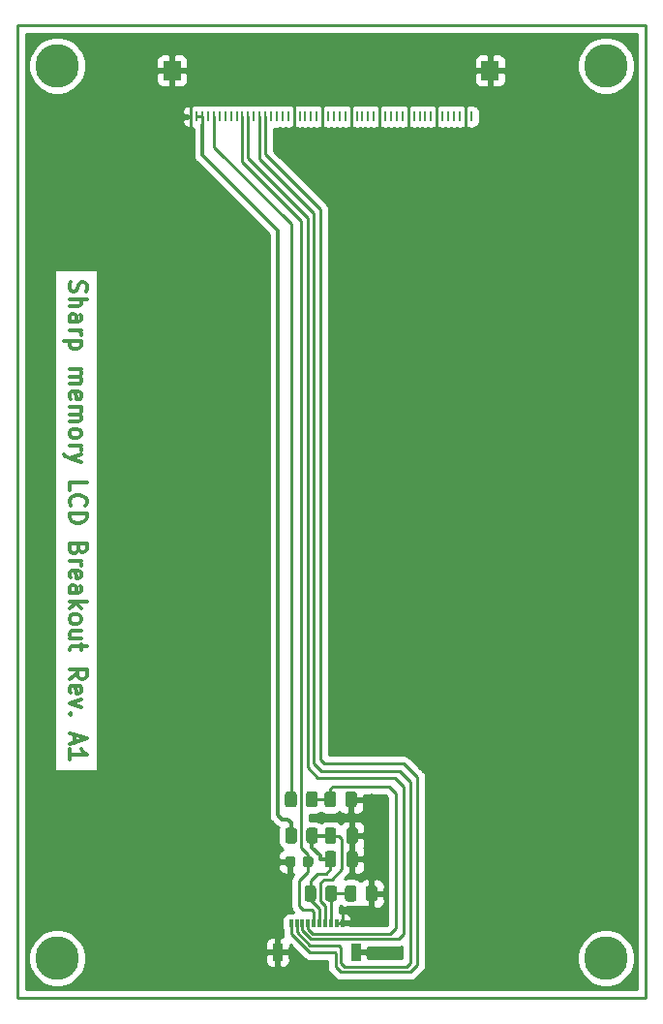
<source format=gbr>
%TF.GenerationSoftware,KiCad,Pcbnew,5.1.7-a382d34a8~87~ubuntu16.04.1*%
%TF.CreationDate,2020-11-12T14:08:06+07:00*%
%TF.ProjectId,sama5d27_som1_ek-sharp_ls0xx_lcd-adapter,73616d61-3564-4323-975f-736f6d315f65,rev?*%
%TF.SameCoordinates,Original*%
%TF.FileFunction,Copper,L1,Top*%
%TF.FilePolarity,Positive*%
%FSLAX46Y46*%
G04 Gerber Fmt 4.6, Leading zero omitted, Abs format (unit mm)*
G04 Created by KiCad (PCBNEW 5.1.7-a382d34a8~87~ubuntu16.04.1) date 2020-11-12 14:08:06*
%MOMM*%
%LPD*%
G01*
G04 APERTURE LIST*
%TA.AperFunction,Profile*%
%ADD10C,0.250000*%
%TD*%
%TA.AperFunction,NonConductor*%
%ADD11C,0.300000*%
%TD*%
%TA.AperFunction,SMDPad,CuDef*%
%ADD12R,0.863600X1.498600*%
%TD*%
%TA.AperFunction,SMDPad,CuDef*%
%ADD13R,0.304800X0.660400*%
%TD*%
%TA.AperFunction,ComponentPad*%
%ADD14C,3.800000*%
%TD*%
%TA.AperFunction,SMDPad,CuDef*%
%ADD15R,0.254000X0.812800*%
%TD*%
%TA.AperFunction,SMDPad,CuDef*%
%ADD16R,1.524000X1.701800*%
%TD*%
%TA.AperFunction,ViaPad*%
%ADD17C,1.000000*%
%TD*%
%TA.AperFunction,Conductor*%
%ADD18C,0.250000*%
%TD*%
%TA.AperFunction,Conductor*%
%ADD19C,0.350000*%
%TD*%
%TA.AperFunction,Conductor*%
%ADD20C,0.254000*%
%TD*%
%TA.AperFunction,Conductor*%
%ADD21C,0.150000*%
%TD*%
G04 APERTURE END LIST*
D10*
X120300000Y-52100000D02*
X175300000Y-52100000D01*
D11*
X124942857Y-74492857D02*
X124871428Y-74707142D01*
X124871428Y-75064285D01*
X124942857Y-75207142D01*
X125014285Y-75278571D01*
X125157142Y-75350000D01*
X125300000Y-75350000D01*
X125442857Y-75278571D01*
X125514285Y-75207142D01*
X125585714Y-75064285D01*
X125657142Y-74778571D01*
X125728571Y-74635714D01*
X125800000Y-74564285D01*
X125942857Y-74492857D01*
X126085714Y-74492857D01*
X126228571Y-74564285D01*
X126300000Y-74635714D01*
X126371428Y-74778571D01*
X126371428Y-75135714D01*
X126300000Y-75350000D01*
X124871428Y-75992857D02*
X126371428Y-75992857D01*
X124871428Y-76635714D02*
X125657142Y-76635714D01*
X125800000Y-76564285D01*
X125871428Y-76421428D01*
X125871428Y-76207142D01*
X125800000Y-76064285D01*
X125728571Y-75992857D01*
X124871428Y-77992857D02*
X125657142Y-77992857D01*
X125800000Y-77921428D01*
X125871428Y-77778571D01*
X125871428Y-77492857D01*
X125800000Y-77350000D01*
X124942857Y-77992857D02*
X124871428Y-77850000D01*
X124871428Y-77492857D01*
X124942857Y-77350000D01*
X125085714Y-77278571D01*
X125228571Y-77278571D01*
X125371428Y-77350000D01*
X125442857Y-77492857D01*
X125442857Y-77850000D01*
X125514285Y-77992857D01*
X124871428Y-78707142D02*
X125871428Y-78707142D01*
X125585714Y-78707142D02*
X125728571Y-78778571D01*
X125800000Y-78850000D01*
X125871428Y-78992857D01*
X125871428Y-79135714D01*
X125871428Y-79635714D02*
X124371428Y-79635714D01*
X125800000Y-79635714D02*
X125871428Y-79778571D01*
X125871428Y-80064285D01*
X125800000Y-80207142D01*
X125728571Y-80278571D01*
X125585714Y-80350000D01*
X125157142Y-80350000D01*
X125014285Y-80278571D01*
X124942857Y-80207142D01*
X124871428Y-80064285D01*
X124871428Y-79778571D01*
X124942857Y-79635714D01*
X124871428Y-82135714D02*
X125871428Y-82135714D01*
X125728571Y-82135714D02*
X125800000Y-82207142D01*
X125871428Y-82350000D01*
X125871428Y-82564285D01*
X125800000Y-82707142D01*
X125657142Y-82778571D01*
X124871428Y-82778571D01*
X125657142Y-82778571D02*
X125800000Y-82850000D01*
X125871428Y-82992857D01*
X125871428Y-83207142D01*
X125800000Y-83350000D01*
X125657142Y-83421428D01*
X124871428Y-83421428D01*
X124942857Y-84707142D02*
X124871428Y-84564285D01*
X124871428Y-84278571D01*
X124942857Y-84135714D01*
X125085714Y-84064285D01*
X125657142Y-84064285D01*
X125800000Y-84135714D01*
X125871428Y-84278571D01*
X125871428Y-84564285D01*
X125800000Y-84707142D01*
X125657142Y-84778571D01*
X125514285Y-84778571D01*
X125371428Y-84064285D01*
X124871428Y-85421428D02*
X125871428Y-85421428D01*
X125728571Y-85421428D02*
X125800000Y-85492857D01*
X125871428Y-85635714D01*
X125871428Y-85850000D01*
X125800000Y-85992857D01*
X125657142Y-86064285D01*
X124871428Y-86064285D01*
X125657142Y-86064285D02*
X125800000Y-86135714D01*
X125871428Y-86278571D01*
X125871428Y-86492857D01*
X125800000Y-86635714D01*
X125657142Y-86707142D01*
X124871428Y-86707142D01*
X124871428Y-87635714D02*
X124942857Y-87492857D01*
X125014285Y-87421428D01*
X125157142Y-87350000D01*
X125585714Y-87350000D01*
X125728571Y-87421428D01*
X125800000Y-87492857D01*
X125871428Y-87635714D01*
X125871428Y-87850000D01*
X125800000Y-87992857D01*
X125728571Y-88064285D01*
X125585714Y-88135714D01*
X125157142Y-88135714D01*
X125014285Y-88064285D01*
X124942857Y-87992857D01*
X124871428Y-87850000D01*
X124871428Y-87635714D01*
X124871428Y-88778571D02*
X125871428Y-88778571D01*
X125585714Y-88778571D02*
X125728571Y-88850000D01*
X125800000Y-88921428D01*
X125871428Y-89064285D01*
X125871428Y-89207142D01*
X125871428Y-89564285D02*
X124871428Y-89921428D01*
X125871428Y-90278571D02*
X124871428Y-89921428D01*
X124514285Y-89778571D01*
X124442857Y-89707142D01*
X124371428Y-89564285D01*
X124871428Y-92707142D02*
X124871428Y-91992857D01*
X126371428Y-91992857D01*
X125014285Y-94064285D02*
X124942857Y-93992857D01*
X124871428Y-93778571D01*
X124871428Y-93635714D01*
X124942857Y-93421428D01*
X125085714Y-93278571D01*
X125228571Y-93207142D01*
X125514285Y-93135714D01*
X125728571Y-93135714D01*
X126014285Y-93207142D01*
X126157142Y-93278571D01*
X126300000Y-93421428D01*
X126371428Y-93635714D01*
X126371428Y-93778571D01*
X126300000Y-93992857D01*
X126228571Y-94064285D01*
X124871428Y-94707142D02*
X126371428Y-94707142D01*
X126371428Y-95064285D01*
X126300000Y-95278571D01*
X126157142Y-95421428D01*
X126014285Y-95492857D01*
X125728571Y-95564285D01*
X125514285Y-95564285D01*
X125228571Y-95492857D01*
X125085714Y-95421428D01*
X124942857Y-95278571D01*
X124871428Y-95064285D01*
X124871428Y-94707142D01*
X125657142Y-97849999D02*
X125585714Y-98064285D01*
X125514285Y-98135714D01*
X125371428Y-98207142D01*
X125157142Y-98207142D01*
X125014285Y-98135714D01*
X124942857Y-98064285D01*
X124871428Y-97921428D01*
X124871428Y-97349999D01*
X126371428Y-97349999D01*
X126371428Y-97849999D01*
X126300000Y-97992857D01*
X126228571Y-98064285D01*
X126085714Y-98135714D01*
X125942857Y-98135714D01*
X125800000Y-98064285D01*
X125728571Y-97992857D01*
X125657142Y-97849999D01*
X125657142Y-97349999D01*
X124871428Y-98849999D02*
X125871428Y-98849999D01*
X125585714Y-98849999D02*
X125728571Y-98921428D01*
X125800000Y-98992857D01*
X125871428Y-99135714D01*
X125871428Y-99278571D01*
X124942857Y-100349999D02*
X124871428Y-100207142D01*
X124871428Y-99921428D01*
X124942857Y-99778571D01*
X125085714Y-99707142D01*
X125657142Y-99707142D01*
X125800000Y-99778571D01*
X125871428Y-99921428D01*
X125871428Y-100207142D01*
X125800000Y-100349999D01*
X125657142Y-100421428D01*
X125514285Y-100421428D01*
X125371428Y-99707142D01*
X124871428Y-101707142D02*
X125657142Y-101707142D01*
X125800000Y-101635714D01*
X125871428Y-101492857D01*
X125871428Y-101207142D01*
X125800000Y-101064285D01*
X124942857Y-101707142D02*
X124871428Y-101564285D01*
X124871428Y-101207142D01*
X124942857Y-101064285D01*
X125085714Y-100992857D01*
X125228571Y-100992857D01*
X125371428Y-101064285D01*
X125442857Y-101207142D01*
X125442857Y-101564285D01*
X125514285Y-101707142D01*
X124871428Y-102421428D02*
X126371428Y-102421428D01*
X125442857Y-102564285D02*
X124871428Y-102992857D01*
X125871428Y-102992857D02*
X125300000Y-102421428D01*
X124871428Y-103849999D02*
X124942857Y-103707142D01*
X125014285Y-103635714D01*
X125157142Y-103564285D01*
X125585714Y-103564285D01*
X125728571Y-103635714D01*
X125800000Y-103707142D01*
X125871428Y-103849999D01*
X125871428Y-104064285D01*
X125800000Y-104207142D01*
X125728571Y-104278571D01*
X125585714Y-104350000D01*
X125157142Y-104350000D01*
X125014285Y-104278571D01*
X124942857Y-104207142D01*
X124871428Y-104064285D01*
X124871428Y-103849999D01*
X125871428Y-105635714D02*
X124871428Y-105635714D01*
X125871428Y-104992857D02*
X125085714Y-104992857D01*
X124942857Y-105064285D01*
X124871428Y-105207142D01*
X124871428Y-105421428D01*
X124942857Y-105564285D01*
X125014285Y-105635714D01*
X125871428Y-106135714D02*
X125871428Y-106707142D01*
X126371428Y-106350000D02*
X125085714Y-106350000D01*
X124942857Y-106421428D01*
X124871428Y-106564285D01*
X124871428Y-106707142D01*
X124871428Y-109207142D02*
X125585714Y-108707142D01*
X124871428Y-108350000D02*
X126371428Y-108350000D01*
X126371428Y-108921428D01*
X126300000Y-109064285D01*
X126228571Y-109135714D01*
X126085714Y-109207142D01*
X125871428Y-109207142D01*
X125728571Y-109135714D01*
X125657142Y-109064285D01*
X125585714Y-108921428D01*
X125585714Y-108350000D01*
X124942857Y-110421428D02*
X124871428Y-110278571D01*
X124871428Y-109992857D01*
X124942857Y-109850000D01*
X125085714Y-109778571D01*
X125657142Y-109778571D01*
X125800000Y-109850000D01*
X125871428Y-109992857D01*
X125871428Y-110278571D01*
X125800000Y-110421428D01*
X125657142Y-110492857D01*
X125514285Y-110492857D01*
X125371428Y-109778571D01*
X125871428Y-110992857D02*
X124871428Y-111350000D01*
X125871428Y-111707142D01*
X125014285Y-112278571D02*
X124942857Y-112350000D01*
X124871428Y-112278571D01*
X124942857Y-112207142D01*
X125014285Y-112278571D01*
X124871428Y-112278571D01*
X125300000Y-114064285D02*
X125300000Y-114778571D01*
X124871428Y-113921428D02*
X126371428Y-114421428D01*
X124871428Y-114921428D01*
X124871428Y-116207142D02*
X124871428Y-115350000D01*
X124871428Y-115778571D02*
X126371428Y-115778571D01*
X126157142Y-115635714D01*
X126014285Y-115492857D01*
X125942857Y-115350000D01*
D10*
X120300000Y-137100000D02*
X120300000Y-52100000D01*
X175300000Y-137100000D02*
X120300000Y-137100000D01*
X175300000Y-52100000D02*
X175300000Y-137100000D01*
D12*
%TO.P,J2,12*%
%TO.N,GND*%
X143083701Y-133090000D03*
%TO.P,J2,11*%
X149916301Y-133090000D03*
D13*
%TO.P,J2,10*%
X148750002Y-130550000D03*
%TO.P,J2,9*%
X148250000Y-130550000D03*
%TO.P,J2,8*%
%TO.N,/EXTMODE*%
X147750001Y-130550000D03*
%TO.P,J2,7*%
%TO.N,+5V*%
X147250002Y-130550000D03*
%TO.P,J2,6*%
X146750001Y-130550000D03*
%TO.P,J2,5*%
%TO.N,/LCD_DISP_DISP*%
X146250001Y-130550000D03*
%TO.P,J2,4*%
%TO.N,/EXTCOMIN*%
X145750000Y-130550000D03*
%TO.P,J2,3*%
%TO.N,/SPI0_NPCS0_SCS*%
X145250001Y-130550000D03*
%TO.P,J2,2*%
%TO.N,/SPI0_MOSI_SI*%
X144750002Y-130550000D03*
%TO.P,J2,1*%
%TO.N,/SPI0_SPCK_SCK*%
X144250000Y-130550000D03*
%TD*%
D14*
%TO.P,REF\u002A\u002A,1*%
%TO.N,N/C*%
X123800000Y-55600000D03*
%TD*%
%TO.P,REF\u002A\u002A,1*%
%TO.N,N/C*%
X171800000Y-133600000D03*
%TD*%
%TO.P,REF\u002A\u002A,1*%
%TO.N,N/C*%
X123800000Y-133600000D03*
%TD*%
%TO.P,REF\u002A\u002A,1*%
%TO.N,N/C*%
X171800000Y-55600000D03*
%TD*%
%TO.P,C2,2*%
%TO.N,GND*%
%TA.AperFunction,SMDPad,CuDef*%
G36*
G01*
X149100000Y-123375000D02*
X149100000Y-122425000D01*
G75*
G02*
X149350000Y-122175000I250000J0D01*
G01*
X149850000Y-122175000D01*
G75*
G02*
X150100000Y-122425000I0J-250000D01*
G01*
X150100000Y-123375000D01*
G75*
G02*
X149850000Y-123625000I-250000J0D01*
G01*
X149350000Y-123625000D01*
G75*
G02*
X149100000Y-123375000I0J250000D01*
G01*
G37*
%TD.AperFunction*%
%TO.P,C2,1*%
%TO.N,+5V*%
%TA.AperFunction,SMDPad,CuDef*%
G36*
G01*
X147200000Y-123375000D02*
X147200000Y-122425000D01*
G75*
G02*
X147450000Y-122175000I250000J0D01*
G01*
X147950000Y-122175000D01*
G75*
G02*
X148200000Y-122425000I0J-250000D01*
G01*
X148200000Y-123375000D01*
G75*
G02*
X147950000Y-123625000I-250000J0D01*
G01*
X147450000Y-123625000D01*
G75*
G02*
X147200000Y-123375000I0J250000D01*
G01*
G37*
%TD.AperFunction*%
%TD*%
%TO.P,R2,2*%
%TO.N,+5V*%
%TA.AperFunction,SMDPad,CuDef*%
G36*
G01*
X146450000Y-127499998D02*
X146450000Y-128400002D01*
G75*
G02*
X146200002Y-128650000I-249998J0D01*
G01*
X145674998Y-128650000D01*
G75*
G02*
X145425000Y-128400002I0J249998D01*
G01*
X145425000Y-127499998D01*
G75*
G02*
X145674998Y-127250000I249998J0D01*
G01*
X146200002Y-127250000D01*
G75*
G02*
X146450000Y-127499998I0J-249998D01*
G01*
G37*
%TD.AperFunction*%
%TO.P,R2,1*%
%TO.N,/EXTMODE*%
%TA.AperFunction,SMDPad,CuDef*%
G36*
G01*
X148275000Y-127499998D02*
X148275000Y-128400002D01*
G75*
G02*
X148025002Y-128650000I-249998J0D01*
G01*
X147499998Y-128650000D01*
G75*
G02*
X147250000Y-128400002I0J249998D01*
G01*
X147250000Y-127499998D01*
G75*
G02*
X147499998Y-127250000I249998J0D01*
G01*
X148025002Y-127250000D01*
G75*
G02*
X148275000Y-127499998I0J-249998D01*
G01*
G37*
%TD.AperFunction*%
%TD*%
%TO.P,C1,1*%
%TO.N,/LCD_DISP_DISP*%
%TA.AperFunction,SMDPad,CuDef*%
G36*
G01*
X146185000Y-124920000D02*
X146185000Y-125420000D01*
G75*
G02*
X145960000Y-125645000I-225000J0D01*
G01*
X145510000Y-125645000D01*
G75*
G02*
X145285000Y-125420000I0J225000D01*
G01*
X145285000Y-124920000D01*
G75*
G02*
X145510000Y-124695000I225000J0D01*
G01*
X145960000Y-124695000D01*
G75*
G02*
X146185000Y-124920000I0J-225000D01*
G01*
G37*
%TD.AperFunction*%
%TO.P,C1,2*%
%TO.N,GND*%
%TA.AperFunction,SMDPad,CuDef*%
G36*
G01*
X144635000Y-124920000D02*
X144635000Y-125420000D01*
G75*
G02*
X144410000Y-125645000I-225000J0D01*
G01*
X143960000Y-125645000D01*
G75*
G02*
X143735000Y-125420000I0J225000D01*
G01*
X143735000Y-124920000D01*
G75*
G02*
X143960000Y-124695000I225000J0D01*
G01*
X144410000Y-124695000D01*
G75*
G02*
X144635000Y-124920000I0J-225000D01*
G01*
G37*
%TD.AperFunction*%
%TD*%
%TO.P,C3,1*%
%TO.N,+5V*%
%TA.AperFunction,SMDPad,CuDef*%
G36*
G01*
X147200000Y-125425000D02*
X147200000Y-124475000D01*
G75*
G02*
X147450000Y-124225000I250000J0D01*
G01*
X147950000Y-124225000D01*
G75*
G02*
X148200000Y-124475000I0J-250000D01*
G01*
X148200000Y-125425000D01*
G75*
G02*
X147950000Y-125675000I-250000J0D01*
G01*
X147450000Y-125675000D01*
G75*
G02*
X147200000Y-125425000I0J250000D01*
G01*
G37*
%TD.AperFunction*%
%TO.P,C3,2*%
%TO.N,GND*%
%TA.AperFunction,SMDPad,CuDef*%
G36*
G01*
X149100000Y-125425000D02*
X149100000Y-124475000D01*
G75*
G02*
X149350000Y-124225000I250000J0D01*
G01*
X149850000Y-124225000D01*
G75*
G02*
X150100000Y-124475000I0J-250000D01*
G01*
X150100000Y-125425000D01*
G75*
G02*
X149850000Y-125675000I-250000J0D01*
G01*
X149350000Y-125675000D01*
G75*
G02*
X149100000Y-125425000I0J250000D01*
G01*
G37*
%TD.AperFunction*%
%TD*%
%TO.P,R3,2*%
%TO.N,GND*%
%TA.AperFunction,SMDPad,CuDef*%
G36*
G01*
X150787500Y-128400002D02*
X150787500Y-127499998D01*
G75*
G02*
X151037498Y-127250000I249998J0D01*
G01*
X151562502Y-127250000D01*
G75*
G02*
X151812500Y-127499998I0J-249998D01*
G01*
X151812500Y-128400002D01*
G75*
G02*
X151562502Y-128650000I-249998J0D01*
G01*
X151037498Y-128650000D01*
G75*
G02*
X150787500Y-128400002I0J249998D01*
G01*
G37*
%TD.AperFunction*%
%TO.P,R3,1*%
%TO.N,/EXTMODE*%
%TA.AperFunction,SMDPad,CuDef*%
G36*
G01*
X148962500Y-128400002D02*
X148962500Y-127499998D01*
G75*
G02*
X149212498Y-127250000I249998J0D01*
G01*
X149737502Y-127250000D01*
G75*
G02*
X149987500Y-127499998I0J-249998D01*
G01*
X149987500Y-128400002D01*
G75*
G02*
X149737502Y-128650000I-249998J0D01*
G01*
X149212498Y-128650000D01*
G75*
G02*
X148962500Y-128400002I0J249998D01*
G01*
G37*
%TD.AperFunction*%
%TD*%
%TO.P,R4,2*%
%TO.N,/LCD_PWM*%
%TA.AperFunction,SMDPad,CuDef*%
G36*
G01*
X144750000Y-119274998D02*
X144750000Y-120175002D01*
G75*
G02*
X144500002Y-120425000I-249998J0D01*
G01*
X143974998Y-120425000D01*
G75*
G02*
X143725000Y-120175002I0J249998D01*
G01*
X143725000Y-119274998D01*
G75*
G02*
X143974998Y-119025000I249998J0D01*
G01*
X144500002Y-119025000D01*
G75*
G02*
X144750000Y-119274998I0J-249998D01*
G01*
G37*
%TD.AperFunction*%
%TO.P,R4,1*%
%TO.N,/EXTCOMIN*%
%TA.AperFunction,SMDPad,CuDef*%
G36*
G01*
X146575000Y-119274998D02*
X146575000Y-120175002D01*
G75*
G02*
X146325002Y-120425000I-249998J0D01*
G01*
X145799998Y-120425000D01*
G75*
G02*
X145550000Y-120175002I0J249998D01*
G01*
X145550000Y-119274998D01*
G75*
G02*
X145799998Y-119025000I249998J0D01*
G01*
X146325002Y-119025000D01*
G75*
G02*
X146575000Y-119274998I0J-249998D01*
G01*
G37*
%TD.AperFunction*%
%TD*%
%TO.P,R5,1*%
%TO.N,/EXTCOMIN*%
%TA.AperFunction,SMDPad,CuDef*%
G36*
G01*
X147175000Y-120175002D02*
X147175000Y-119274998D01*
G75*
G02*
X147424998Y-119025000I249998J0D01*
G01*
X147950002Y-119025000D01*
G75*
G02*
X148200000Y-119274998I0J-249998D01*
G01*
X148200000Y-120175002D01*
G75*
G02*
X147950002Y-120425000I-249998J0D01*
G01*
X147424998Y-120425000D01*
G75*
G02*
X147175000Y-120175002I0J249998D01*
G01*
G37*
%TD.AperFunction*%
%TO.P,R5,2*%
%TO.N,GND*%
%TA.AperFunction,SMDPad,CuDef*%
G36*
G01*
X149000000Y-120175002D02*
X149000000Y-119274998D01*
G75*
G02*
X149249998Y-119025000I249998J0D01*
G01*
X149775002Y-119025000D01*
G75*
G02*
X150025000Y-119274998I0J-249998D01*
G01*
X150025000Y-120175002D01*
G75*
G02*
X149775002Y-120425000I-249998J0D01*
G01*
X149249998Y-120425000D01*
G75*
G02*
X149000000Y-120175002I0J249998D01*
G01*
G37*
%TD.AperFunction*%
%TD*%
%TO.P,R1,1*%
%TO.N,+5V*%
%TA.AperFunction,SMDPad,CuDef*%
G36*
G01*
X146595000Y-122439998D02*
X146595000Y-123340002D01*
G75*
G02*
X146345002Y-123590000I-249998J0D01*
G01*
X145819998Y-123590000D01*
G75*
G02*
X145570000Y-123340002I0J249998D01*
G01*
X145570000Y-122439998D01*
G75*
G02*
X145819998Y-122190000I249998J0D01*
G01*
X146345002Y-122190000D01*
G75*
G02*
X146595000Y-122439998I0J-249998D01*
G01*
G37*
%TD.AperFunction*%
%TO.P,R1,2*%
%TO.N,/5V*%
%TA.AperFunction,SMDPad,CuDef*%
G36*
G01*
X144770000Y-122439998D02*
X144770000Y-123340002D01*
G75*
G02*
X144520002Y-123590000I-249998J0D01*
G01*
X143994998Y-123590000D01*
G75*
G02*
X143745000Y-123340002I0J249998D01*
G01*
X143745000Y-122439998D01*
G75*
G02*
X143994998Y-122190000I249998J0D01*
G01*
X144520002Y-122190000D01*
G75*
G02*
X144770000Y-122439998I0J-249998D01*
G01*
G37*
%TD.AperFunction*%
%TD*%
D15*
%TO.P,J1,1*%
%TO.N,/PA17*%
X160000000Y-60050000D03*
%TO.P,J1,2*%
%TO.N,GND*%
X159500001Y-60050000D03*
%TO.P,J1,3*%
%TO.N,/LCD_DAT0*%
X158999999Y-60050000D03*
%TO.P,J1,4*%
%TO.N,/LCD_DAT1*%
X158500000Y-60050000D03*
%TO.P,J1,5*%
%TO.N,/LCD_DAT2*%
X158000001Y-60050000D03*
%TO.P,J1,6*%
%TO.N,/LCD_DAT3*%
X157500000Y-60050000D03*
%TO.P,J1,7*%
%TO.N,GND*%
X157000001Y-60050000D03*
%TO.P,J1,8*%
%TO.N,/LCD_DAT4*%
X156499999Y-60050000D03*
%TO.P,J1,9*%
%TO.N,/LCD_DAT5*%
X156000000Y-60050000D03*
%TO.P,J1,10*%
%TO.N,/LCD_DAT6*%
X155500001Y-60050000D03*
%TO.P,J1,11*%
%TO.N,/LCD_DAT7*%
X155000000Y-60050000D03*
%TO.P,J1,12*%
%TO.N,GND*%
X154500001Y-60050000D03*
%TO.P,J1,13*%
%TO.N,/LCD_DAT8*%
X153999999Y-60050000D03*
%TO.P,J1,14*%
%TO.N,/LCD_DAT9*%
X153500000Y-60050000D03*
%TO.P,J1,15*%
%TO.N,/LCD_DAT10*%
X153000001Y-60050000D03*
%TO.P,J1,16*%
%TO.N,/LCD_DAT11*%
X152500000Y-60050000D03*
%TO.P,J1,17*%
%TO.N,GND*%
X152000001Y-60050000D03*
%TO.P,J1,18*%
%TO.N,/LCD_DAT12*%
X151499999Y-60050000D03*
%TO.P,J1,19*%
%TO.N,/LCD_DAT13*%
X151000000Y-60050000D03*
%TO.P,J1,20*%
%TO.N,/LCD_DAT14*%
X150500001Y-60050000D03*
%TO.P,J1,21*%
%TO.N,/LCD_DAT15*%
X150000000Y-60050000D03*
%TO.P,J1,22*%
%TO.N,GND*%
X149500001Y-60050000D03*
%TO.P,J1,23*%
%TO.N,/LCD_DAT16*%
X148999999Y-60050000D03*
%TO.P,J1,24*%
%TO.N,/LCD_DAT17*%
X148500000Y-60050000D03*
%TO.P,J1,25*%
%TO.N,/LCD_DAT18*%
X148000001Y-60050000D03*
%TO.P,J1,26*%
%TO.N,/LCD_DAT19*%
X147499999Y-60050000D03*
%TO.P,J1,27*%
%TO.N,GND*%
X147000001Y-60050000D03*
%TO.P,J1,28*%
%TO.N,/LCD_DAT20*%
X146499999Y-60050000D03*
%TO.P,J1,29*%
%TO.N,/LCD_DAT21*%
X146000000Y-60050000D03*
%TO.P,J1,30*%
%TO.N,/LCD_DAT22*%
X145500001Y-60050000D03*
%TO.P,J1,31*%
%TO.N,/LCD_DAT23*%
X144999999Y-60050000D03*
%TO.P,J1,32*%
%TO.N,GND*%
X144500000Y-60050000D03*
%TO.P,J1,33*%
%TO.N,/LCD_PCK*%
X143999999Y-60050000D03*
%TO.P,J1,34*%
%TO.N,/LCD_VSYNC*%
X143500000Y-60050000D03*
%TO.P,J1,35*%
%TO.N,/LCD_HSYNC*%
X143000001Y-60050000D03*
%TO.P,J1,36*%
%TO.N,/LCD_EN*%
X142499999Y-60050000D03*
%TO.P,J1,37*%
%TO.N,/SPI0_SPCK_SCK*%
X142000000Y-60050000D03*
%TO.P,J1,38*%
%TO.N,/SPI0_MOSI_SI*%
X141499999Y-60050000D03*
%TO.P,J1,39*%
%TO.N,/SPI0_MISO*%
X141000000Y-60050000D03*
%TO.P,J1,40*%
%TO.N,/SPI0_NPCS0_SCS*%
X140500001Y-60050000D03*
%TO.P,J1,41*%
%TO.N,/LCD_DISP_DISP*%
X139999999Y-60050000D03*
%TO.P,J1,42*%
%TO.N,/TWD_LCD*%
X139500000Y-60050000D03*
%TO.P,J1,43*%
%TO.N,/TWCK_LCD*%
X138999999Y-60050000D03*
%TO.P,J1,44*%
%TO.N,/IRQ1*%
X138500000Y-60050000D03*
%TO.P,J1,45*%
%TO.N,/IRQ2*%
X138000001Y-60050000D03*
%TO.P,J1,46*%
%TO.N,/LCD_PWM*%
X137499999Y-60050000D03*
%TO.P,J1,47*%
%TO.N,/NRST*%
X137000000Y-60050000D03*
%TO.P,J1,48*%
%TO.N,/5V*%
X136500001Y-60050000D03*
%TO.P,J1,49*%
X136000000Y-60050000D03*
%TO.P,J1,50*%
%TO.N,GND*%
X135500001Y-60050000D03*
D16*
%TO.P,J1,51*%
X133843499Y-56036800D03*
%TO.P,J1,52*%
X161656499Y-56036800D03*
%TD*%
D17*
%TO.N,GND*%
X151300000Y-119700000D03*
X158300000Y-119700000D03*
X140750000Y-121250000D03*
X146900000Y-121300000D03*
X152250000Y-133100000D03*
X158300000Y-133100000D03*
%TD*%
D18*
%TO.N,/LCD_DISP_DISP*%
X146250000Y-129550000D02*
X146250000Y-130549800D01*
X146050000Y-129350000D02*
X146250000Y-129550000D01*
X145735000Y-125170000D02*
X145735000Y-126065000D01*
X144950000Y-126850000D02*
X144950000Y-129000000D01*
X145735000Y-126065000D02*
X144950000Y-126850000D01*
X144950000Y-129000000D02*
X145300000Y-129350000D01*
X145300000Y-129350000D02*
X146050000Y-129350000D01*
X140000000Y-61851100D02*
X140000000Y-60051100D01*
X145735000Y-124565000D02*
X145150000Y-123980000D01*
X145150000Y-69150000D02*
X140000000Y-64000000D01*
X145735000Y-125170000D02*
X145735000Y-124565000D01*
X145150000Y-123980000D02*
X145150000Y-69150000D01*
X140000000Y-64000000D02*
X140000000Y-61851100D01*
%TO.N,GND*%
X159500002Y-60074998D02*
X159500002Y-61851100D01*
X157000002Y-61851100D02*
X157000002Y-60075002D01*
X157000002Y-60075002D02*
X157000006Y-60074998D01*
X154500002Y-61851100D02*
X154500002Y-60075002D01*
X152000002Y-61851100D02*
X152000002Y-60075002D01*
X149500002Y-61851100D02*
X149500002Y-60075002D01*
X147000002Y-61851100D02*
X147000002Y-60075002D01*
X147000000Y-60075000D02*
X147000002Y-60075002D01*
X133843500Y-57837900D02*
X133843500Y-58418500D01*
X144100000Y-124950000D02*
X144050000Y-125000000D01*
X151300000Y-124950000D02*
X151300000Y-127950000D01*
X151300000Y-124950000D02*
X151300000Y-123600000D01*
X151250000Y-122200000D02*
X151300000Y-122250000D01*
X157000000Y-62101102D02*
X157000002Y-62101100D01*
X159500000Y-63550000D02*
X157000000Y-63550000D01*
X157000000Y-63550000D02*
X157000000Y-62101102D01*
X159500002Y-62101100D02*
X159500002Y-63549998D01*
X159500002Y-63549998D02*
X159500000Y-63550000D01*
X154500002Y-62101100D02*
X154500002Y-63449998D01*
X154500002Y-63449998D02*
X154500000Y-63450000D01*
X154500000Y-63450000D02*
X152000000Y-63450000D01*
X152000000Y-62101102D02*
X152000002Y-62101100D01*
X152000000Y-63450000D02*
X152000000Y-62101102D01*
X149500002Y-62101100D02*
X149500002Y-63649998D01*
X149500002Y-63649998D02*
X149500000Y-63650000D01*
X149500000Y-63650000D02*
X147000000Y-63650000D01*
X147000000Y-62101102D02*
X147000002Y-62101100D01*
X147000000Y-63650000D02*
X147000000Y-62101102D01*
X144500001Y-62101100D02*
X144500000Y-62757501D01*
X144500000Y-62757501D02*
X144500000Y-63600000D01*
X144550000Y-63650000D02*
X144500000Y-63600000D01*
X147000000Y-63650000D02*
X144550000Y-63650000D01*
X149410000Y-124940000D02*
X149400000Y-124950000D01*
X151300000Y-124950000D02*
X149600000Y-124950000D01*
X149600000Y-122900000D02*
X151300000Y-122900000D01*
X151300000Y-122250000D02*
X151300000Y-122900000D01*
X151300000Y-122900000D02*
X151300000Y-123600000D01*
X151300000Y-127950000D02*
X151300000Y-129100000D01*
X151300000Y-129100000D02*
X149150000Y-129100000D01*
X148750001Y-129499999D02*
X148750001Y-130549800D01*
X149150000Y-129100000D02*
X148750001Y-129499999D01*
X148750001Y-130549800D02*
X148249999Y-130549800D01*
X157000002Y-59394700D02*
X157000000Y-59394698D01*
X157000002Y-60051100D02*
X157000002Y-59394700D01*
X157000000Y-59394698D02*
X157000000Y-58900000D01*
X157000000Y-58900000D02*
X159500000Y-58900000D01*
X159500002Y-58900002D02*
X159500002Y-60051100D01*
X159500000Y-58900000D02*
X159500002Y-58900002D01*
X154500002Y-60051100D02*
X154500002Y-58749998D01*
X156849998Y-58749998D02*
X157000000Y-58900000D01*
X154500002Y-58749998D02*
X156849998Y-58749998D01*
X152000002Y-60051100D02*
X152000002Y-58949998D01*
X152200002Y-58749998D02*
X154500002Y-58749998D01*
X152000002Y-58949998D02*
X152200002Y-58749998D01*
X147000002Y-60051100D02*
X147000002Y-58999998D01*
X147000002Y-58999998D02*
X147100000Y-58900000D01*
X147100000Y-58900000D02*
X149500000Y-58900000D01*
X149500000Y-60051098D02*
X149500002Y-60051100D01*
X149500000Y-58900000D02*
X149500000Y-60051098D01*
X135500002Y-58709998D02*
X135500002Y-61851100D01*
X135670000Y-58540000D02*
X135500002Y-58709998D01*
X144500001Y-61851100D02*
X144500000Y-58595999D01*
X144444001Y-58540000D02*
X135670000Y-58540000D01*
X144500000Y-58595999D02*
X144444001Y-58540000D01*
%TO.N,+5V*%
X145937500Y-127950000D02*
X145937500Y-127712500D01*
X145937500Y-127950000D02*
X145937500Y-127812500D01*
X145937500Y-127950000D02*
X145937500Y-127762500D01*
X145950000Y-127937500D02*
X145937500Y-127950000D01*
X145937500Y-127950000D02*
X145937500Y-128237500D01*
X145937500Y-126862500D02*
X145937500Y-127950000D01*
X146600000Y-126200000D02*
X145937500Y-126862500D01*
X146092500Y-122900000D02*
X146082500Y-122890000D01*
X147690000Y-122890000D02*
X147700000Y-122900000D01*
D19*
X146082500Y-122890000D02*
X147690000Y-122890000D01*
D18*
X146600000Y-126200000D02*
X147350000Y-126200000D01*
X147700000Y-125850000D02*
X147700000Y-124950000D01*
X147350000Y-126200000D02*
X147700000Y-125850000D01*
X146082500Y-122890000D02*
X146082500Y-123332500D01*
D19*
X147700000Y-124950000D02*
X146800000Y-124950000D01*
X146800000Y-124950000D02*
X146800000Y-124650000D01*
X146082500Y-123932500D02*
X146082500Y-122890000D01*
X146800000Y-124650000D02*
X146082500Y-123932500D01*
D18*
X146840000Y-127010000D02*
X146840000Y-128640000D01*
X147150000Y-126700000D02*
X146840000Y-127010000D01*
X148400000Y-122900000D02*
X148650000Y-123150000D01*
X146840000Y-128640000D02*
X147250001Y-129050001D01*
X147700000Y-122900000D02*
X148400000Y-122900000D01*
X148650000Y-125850000D02*
X147800000Y-126700000D01*
X147800000Y-126700000D02*
X147150000Y-126700000D01*
X148650000Y-123150000D02*
X148650000Y-125850000D01*
X145937500Y-128487500D02*
X145937500Y-127950000D01*
X146750000Y-130549800D02*
X146749999Y-129299999D01*
X146749999Y-129299999D02*
X145937500Y-128487500D01*
X147250001Y-130549800D02*
X147250001Y-129050001D01*
%TO.N,/EXTMODE*%
X147762500Y-127950000D02*
X149437500Y-127950000D01*
X147750000Y-127962500D02*
X147762500Y-127950000D01*
X147750000Y-130549800D02*
X147750000Y-127962500D01*
%TO.N,/EXTCOMIN*%
X147687500Y-119725000D02*
X146062500Y-119725000D01*
X147687500Y-118812500D02*
X147687500Y-119725000D01*
X147900000Y-118600000D02*
X147687500Y-118812500D01*
X152800000Y-118600000D02*
X147900000Y-118600000D01*
X153400000Y-119200000D02*
X152800000Y-118600000D01*
X145749999Y-131027177D02*
X146172822Y-131450000D01*
X145749999Y-130549800D02*
X145749999Y-131027177D01*
X152950000Y-131450000D02*
X153400000Y-131000000D01*
X153400000Y-131000000D02*
X153400000Y-119200000D01*
X146172822Y-131450000D02*
X152950000Y-131450000D01*
%TO.N,/SPI0_SPCK_SCK*%
X148150000Y-134350000D02*
X148150000Y-133150000D01*
X148600011Y-134800011D02*
X148150000Y-134350000D01*
X148150000Y-133150000D02*
X148079616Y-133079616D01*
X147150000Y-116600000D02*
X154100044Y-116600000D01*
X146800000Y-116250000D02*
X147150000Y-116600000D01*
X148079616Y-133079616D02*
X145870384Y-133079616D01*
X146800000Y-68150000D02*
X146800000Y-116250000D01*
X155050022Y-117550022D02*
X155300000Y-117800000D01*
X142000001Y-63350001D02*
X146800000Y-68150000D01*
X142000001Y-61851100D02*
X142000001Y-63350001D01*
X154686400Y-134800011D02*
X148600011Y-134800011D01*
X154100044Y-116600000D02*
X155050022Y-117549978D01*
X155300000Y-134186411D02*
X154686400Y-134800011D01*
X155050022Y-117549978D02*
X155050022Y-117550022D01*
X144249999Y-131459232D02*
X144249999Y-130350000D01*
X145870384Y-133079616D02*
X144249999Y-131459232D01*
X155300000Y-117800000D02*
X155300000Y-134186411D01*
X142000001Y-61851100D02*
X142000001Y-60051100D01*
%TO.N,/SPI0_MOSI_SI*%
X154700000Y-134000000D02*
X154350000Y-134350000D01*
X154700000Y-118150000D02*
X154700000Y-134000000D01*
X146918205Y-117218205D02*
X153768205Y-117218205D01*
X153768205Y-117218205D02*
X154700000Y-118150000D01*
X146250000Y-116550000D02*
X146918205Y-117218205D01*
X144750001Y-131322823D02*
X144750001Y-130549800D01*
X146250000Y-68500000D02*
X146250000Y-116550000D01*
X141500000Y-63750000D02*
X146250000Y-68500000D01*
X141500000Y-61851100D02*
X141500000Y-63750000D01*
X145913589Y-132486411D02*
X148386411Y-132486411D01*
X145913589Y-132486411D02*
X144750001Y-131322823D01*
X148386411Y-132486411D02*
X148600000Y-132700000D01*
X148600000Y-134050000D02*
X148900000Y-134350000D01*
X148600000Y-132700000D02*
X148600000Y-134050000D01*
X154350000Y-134350000D02*
X148900000Y-134350000D01*
X141500000Y-61851100D02*
X141500000Y-60051100D01*
%TO.N,/SPI0_NPCS0_SCS*%
X140500002Y-61851100D02*
X140500002Y-62349998D01*
X140500002Y-62349998D02*
X140500002Y-62824998D01*
X145700000Y-68900000D02*
X140500002Y-63700002D01*
X146600020Y-117850020D02*
X145700000Y-116950000D01*
X145700000Y-116950000D02*
X145700000Y-68900000D01*
X153300020Y-117850020D02*
X146600020Y-117850020D01*
X140500002Y-63700002D02*
X140500002Y-62349998D01*
X145250000Y-131186411D02*
X145963600Y-131900011D01*
X153649989Y-131900011D02*
X154100011Y-131449989D01*
X154100011Y-118650011D02*
X153300020Y-117850020D01*
X145250000Y-130350000D02*
X145250000Y-131186411D01*
X145963600Y-131900011D02*
X153649989Y-131900011D01*
X154100011Y-131449989D02*
X154100011Y-118650011D01*
X140500002Y-61851100D02*
X140500002Y-60051100D01*
%TO.N,/LCD_PWM*%
X144237500Y-69437500D02*
X137500000Y-62700000D01*
X144237500Y-119725000D02*
X144237500Y-69437500D01*
X137500000Y-62101100D02*
X137500000Y-62700000D01*
X137500000Y-62101100D02*
X137500000Y-60051100D01*
D19*
%TO.N,/5V*%
X143100000Y-69999996D02*
X136500002Y-63399998D01*
X136500002Y-63399998D02*
X136500002Y-62600002D01*
X144257500Y-122890000D02*
X144257500Y-121757500D01*
X144257500Y-121757500D02*
X143950000Y-121450000D01*
X143450000Y-121450000D02*
X143100000Y-121100000D01*
X143950000Y-121450000D02*
X143450000Y-121450000D01*
X143100000Y-121100000D02*
X143100000Y-69999996D01*
X136500002Y-62600002D02*
X136500002Y-60790002D01*
D18*
X136500002Y-60790002D02*
X136500002Y-60051100D01*
X136500002Y-60051100D02*
X136000001Y-60051100D01*
%TD*%
D20*
%TO.N,GND*%
X174540001Y-136340000D02*
X121060000Y-136340000D01*
X121060000Y-133350324D01*
X121265000Y-133350324D01*
X121265000Y-133849676D01*
X121362418Y-134339432D01*
X121553512Y-134800773D01*
X121830937Y-135215968D01*
X122184032Y-135569063D01*
X122599227Y-135846488D01*
X123060568Y-136037582D01*
X123550324Y-136135000D01*
X124049676Y-136135000D01*
X124539432Y-136037582D01*
X125000773Y-135846488D01*
X125415968Y-135569063D01*
X125769063Y-135215968D01*
X126046488Y-134800773D01*
X126237582Y-134339432D01*
X126335000Y-133849676D01*
X126335000Y-133839300D01*
X142013829Y-133839300D01*
X142026089Y-133963782D01*
X142062399Y-134083480D01*
X142121364Y-134193794D01*
X142200716Y-134290485D01*
X142297407Y-134369837D01*
X142407721Y-134428802D01*
X142527419Y-134465112D01*
X142651901Y-134477372D01*
X142797951Y-134474300D01*
X142956701Y-134315550D01*
X142956701Y-133217000D01*
X143210701Y-133217000D01*
X143210701Y-134315550D01*
X143369451Y-134474300D01*
X143515501Y-134477372D01*
X143639983Y-134465112D01*
X143759681Y-134428802D01*
X143869995Y-134369837D01*
X143966686Y-134290485D01*
X144046038Y-134193794D01*
X144105003Y-134083480D01*
X144141313Y-133963782D01*
X144153573Y-133839300D01*
X144150501Y-133375750D01*
X143991751Y-133217000D01*
X143210701Y-133217000D01*
X142956701Y-133217000D01*
X142175651Y-133217000D01*
X142016901Y-133375750D01*
X142013829Y-133839300D01*
X126335000Y-133839300D01*
X126335000Y-133350324D01*
X126237582Y-132860568D01*
X126046488Y-132399227D01*
X126007382Y-132340700D01*
X142013829Y-132340700D01*
X142016901Y-132804250D01*
X142175651Y-132963000D01*
X142956701Y-132963000D01*
X142956701Y-131864450D01*
X142797951Y-131705700D01*
X142651901Y-131702628D01*
X142527419Y-131714888D01*
X142407721Y-131751198D01*
X142297407Y-131810163D01*
X142200716Y-131889515D01*
X142121364Y-131986206D01*
X142062399Y-132096520D01*
X142026089Y-132216218D01*
X142013829Y-132340700D01*
X126007382Y-132340700D01*
X125769063Y-131984032D01*
X125415968Y-131630937D01*
X125000773Y-131353512D01*
X124539432Y-131162418D01*
X124049676Y-131065000D01*
X123550324Y-131065000D01*
X123060568Y-131162418D01*
X122599227Y-131353512D01*
X122184032Y-131630937D01*
X121830937Y-131984032D01*
X121553512Y-132399227D01*
X121362418Y-132860568D01*
X121265000Y-133350324D01*
X121060000Y-133350324D01*
X121060000Y-125645000D01*
X143096928Y-125645000D01*
X143109188Y-125769482D01*
X143145498Y-125889180D01*
X143204463Y-125999494D01*
X143283815Y-126096185D01*
X143380506Y-126175537D01*
X143490820Y-126234502D01*
X143610518Y-126270812D01*
X143735000Y-126283072D01*
X143899250Y-126280000D01*
X144058000Y-126121250D01*
X144058000Y-125297000D01*
X143258750Y-125297000D01*
X143100000Y-125455750D01*
X143096928Y-125645000D01*
X121060000Y-125645000D01*
X121060000Y-73422143D01*
X123520000Y-73422143D01*
X123520000Y-117277857D01*
X127340000Y-117277857D01*
X127340000Y-73422143D01*
X123520000Y-73422143D01*
X121060000Y-73422143D01*
X121060000Y-59657589D01*
X134735082Y-59657589D01*
X134738001Y-59764250D01*
X134896751Y-59923000D01*
X135234928Y-59923000D01*
X135234928Y-60177000D01*
X134896751Y-60177000D01*
X134738001Y-60335750D01*
X134735082Y-60442411D01*
X134744611Y-60567131D01*
X134778288Y-60687596D01*
X134834819Y-60799177D01*
X134912032Y-60897585D01*
X135006961Y-60979038D01*
X135115956Y-61040406D01*
X135234829Y-61079332D01*
X135341251Y-61091400D01*
X135478525Y-60954126D01*
X135518506Y-60986937D01*
X135595377Y-61028026D01*
X135658751Y-61091400D01*
X135690003Y-61087856D01*
X135690002Y-62560211D01*
X135690002Y-63360210D01*
X135686083Y-63399998D01*
X135690002Y-63439786D01*
X135690002Y-63439788D01*
X135701722Y-63558785D01*
X135748039Y-63711470D01*
X135748040Y-63711471D01*
X135823253Y-63852187D01*
X135854287Y-63890002D01*
X135924474Y-63975526D01*
X135955390Y-64000898D01*
X142290001Y-70335510D01*
X142290000Y-121060212D01*
X142286081Y-121100000D01*
X142290000Y-121139788D01*
X142290000Y-121139790D01*
X142301720Y-121258787D01*
X142348037Y-121411472D01*
X142348038Y-121411473D01*
X142423251Y-121552189D01*
X142424731Y-121553992D01*
X142524472Y-121675528D01*
X142555388Y-121700900D01*
X142849100Y-121994612D01*
X142874472Y-122025528D01*
X142997811Y-122126749D01*
X143138527Y-122201963D01*
X143143212Y-122203384D01*
X143123992Y-122266744D01*
X143106928Y-122439998D01*
X143106928Y-123340002D01*
X143123992Y-123513256D01*
X143174528Y-123679852D01*
X143256595Y-123833387D01*
X143367038Y-123967962D01*
X143501613Y-124078405D01*
X143530041Y-124093600D01*
X143490820Y-124105498D01*
X143380506Y-124164463D01*
X143283815Y-124243815D01*
X143204463Y-124340506D01*
X143145498Y-124450820D01*
X143109188Y-124570518D01*
X143096928Y-124695000D01*
X143100000Y-124884250D01*
X143258750Y-125043000D01*
X144058000Y-125043000D01*
X144058000Y-125023000D01*
X144312000Y-125023000D01*
X144312000Y-125043000D01*
X144332000Y-125043000D01*
X144332000Y-125297000D01*
X144312000Y-125297000D01*
X144312000Y-126121250D01*
X144457974Y-126267224D01*
X144439002Y-126286197D01*
X144409999Y-126309999D01*
X144356633Y-126375026D01*
X144315026Y-126425724D01*
X144275860Y-126498998D01*
X144244454Y-126557754D01*
X144200997Y-126701015D01*
X144190000Y-126812668D01*
X144190000Y-126812678D01*
X144186324Y-126850000D01*
X144190000Y-126887323D01*
X144190001Y-128962668D01*
X144186324Y-129000000D01*
X144200998Y-129148985D01*
X144244454Y-129292246D01*
X144315026Y-129424276D01*
X144376339Y-129498985D01*
X144410000Y-129540001D01*
X144438998Y-129563799D01*
X144462884Y-129587685D01*
X144402400Y-129581728D01*
X144097600Y-129581728D01*
X143973118Y-129593988D01*
X143853420Y-129630298D01*
X143743106Y-129689263D01*
X143646415Y-129768615D01*
X143567063Y-129865306D01*
X143508098Y-129975620D01*
X143471788Y-130095318D01*
X143459528Y-130219800D01*
X143459528Y-130880200D01*
X143471788Y-131004682D01*
X143489999Y-131064717D01*
X143489999Y-131421909D01*
X143486323Y-131459232D01*
X143489999Y-131496555D01*
X143489999Y-131496564D01*
X143500996Y-131608217D01*
X143530070Y-131704063D01*
X143515501Y-131702628D01*
X143369451Y-131705700D01*
X143210701Y-131864450D01*
X143210701Y-132963000D01*
X143991751Y-132963000D01*
X144150501Y-132804250D01*
X144152935Y-132436969D01*
X145306584Y-133590618D01*
X145330383Y-133619617D01*
X145446108Y-133714590D01*
X145578137Y-133785162D01*
X145721398Y-133828619D01*
X145833051Y-133839616D01*
X145833059Y-133839616D01*
X145870384Y-133843292D01*
X145907707Y-133839616D01*
X147390000Y-133839616D01*
X147390000Y-134312677D01*
X147386324Y-134350000D01*
X147390000Y-134387322D01*
X147390000Y-134387332D01*
X147400997Y-134498985D01*
X147428606Y-134590001D01*
X147444454Y-134642246D01*
X147515026Y-134774276D01*
X147536772Y-134800773D01*
X147609999Y-134890001D01*
X147639003Y-134913804D01*
X148036207Y-135311008D01*
X148060010Y-135340012D01*
X148175735Y-135434985D01*
X148307764Y-135505557D01*
X148451025Y-135549014D01*
X148562678Y-135560011D01*
X148562686Y-135560011D01*
X148600011Y-135563687D01*
X148637336Y-135560011D01*
X154649078Y-135560011D01*
X154686400Y-135563687D01*
X154723722Y-135560011D01*
X154723733Y-135560011D01*
X154835386Y-135549014D01*
X154978647Y-135505557D01*
X155110676Y-135434985D01*
X155226401Y-135340012D01*
X155250203Y-135311009D01*
X155811008Y-134750206D01*
X155840001Y-134726412D01*
X155863795Y-134697419D01*
X155863799Y-134697415D01*
X155934973Y-134610688D01*
X155946031Y-134590001D01*
X156005546Y-134478658D01*
X156049003Y-134335397D01*
X156060000Y-134223744D01*
X156060000Y-134223735D01*
X156063676Y-134186412D01*
X156060000Y-134149089D01*
X156060000Y-133350324D01*
X169265000Y-133350324D01*
X169265000Y-133849676D01*
X169362418Y-134339432D01*
X169553512Y-134800773D01*
X169830937Y-135215968D01*
X170184032Y-135569063D01*
X170599227Y-135846488D01*
X171060568Y-136037582D01*
X171550324Y-136135000D01*
X172049676Y-136135000D01*
X172539432Y-136037582D01*
X173000773Y-135846488D01*
X173415968Y-135569063D01*
X173769063Y-135215968D01*
X174046488Y-134800773D01*
X174237582Y-134339432D01*
X174335000Y-133849676D01*
X174335000Y-133350324D01*
X174237582Y-132860568D01*
X174046488Y-132399227D01*
X173769063Y-131984032D01*
X173415968Y-131630937D01*
X173000773Y-131353512D01*
X172539432Y-131162418D01*
X172049676Y-131065000D01*
X171550324Y-131065000D01*
X171060568Y-131162418D01*
X170599227Y-131353512D01*
X170184032Y-131630937D01*
X169830937Y-131984032D01*
X169553512Y-132399227D01*
X169362418Y-132860568D01*
X169265000Y-133350324D01*
X156060000Y-133350324D01*
X156060000Y-117837322D01*
X156063676Y-117799999D01*
X156060000Y-117762676D01*
X156060000Y-117762667D01*
X156049003Y-117651014D01*
X156005546Y-117507753D01*
X155934974Y-117375724D01*
X155840001Y-117259999D01*
X155810998Y-117236197D01*
X155614027Y-117039226D01*
X155590023Y-117009977D01*
X155561026Y-116986180D01*
X154663848Y-116089002D01*
X154640045Y-116059999D01*
X154524320Y-115965026D01*
X154392291Y-115894454D01*
X154249030Y-115850997D01*
X154137377Y-115840000D01*
X154137366Y-115840000D01*
X154100044Y-115836324D01*
X154062722Y-115840000D01*
X147560000Y-115840000D01*
X147560000Y-68187325D01*
X147563676Y-68150000D01*
X147560000Y-68112675D01*
X147560000Y-68112667D01*
X147549003Y-68001014D01*
X147505546Y-67857753D01*
X147434974Y-67725724D01*
X147340001Y-67609999D01*
X147311004Y-67586202D01*
X142760001Y-63035200D01*
X142760001Y-61083343D01*
X142873001Y-61094472D01*
X143127001Y-61094472D01*
X143250001Y-61082358D01*
X143373000Y-61094472D01*
X143627000Y-61094472D01*
X143750000Y-61082358D01*
X143872999Y-61094472D01*
X144126999Y-61094472D01*
X144251481Y-61082212D01*
X144253860Y-61081490D01*
X144341250Y-61091400D01*
X144404626Y-61028024D01*
X144481493Y-60986937D01*
X144499999Y-60971750D01*
X144518505Y-60986937D01*
X144595376Y-61028026D01*
X144658750Y-61091400D01*
X144746138Y-61081490D01*
X144748517Y-61082212D01*
X144872999Y-61094472D01*
X145126999Y-61094472D01*
X145250000Y-61082358D01*
X145373001Y-61094472D01*
X145627001Y-61094472D01*
X145750001Y-61082358D01*
X145873000Y-61094472D01*
X146127000Y-61094472D01*
X146250000Y-61082358D01*
X146372999Y-61094472D01*
X146626999Y-61094472D01*
X146751481Y-61082212D01*
X146753861Y-61081490D01*
X146841251Y-61091400D01*
X146904628Y-61028023D01*
X146981493Y-60986937D01*
X146999999Y-60971750D01*
X147018505Y-60986937D01*
X147095378Y-61028027D01*
X147158751Y-61091400D01*
X147246138Y-61081490D01*
X147248517Y-61082212D01*
X147372999Y-61094472D01*
X147626999Y-61094472D01*
X147750000Y-61082358D01*
X147873001Y-61094472D01*
X148127001Y-61094472D01*
X148250001Y-61082358D01*
X148373000Y-61094472D01*
X148627000Y-61094472D01*
X148750000Y-61082358D01*
X148872999Y-61094472D01*
X149126999Y-61094472D01*
X149251481Y-61082212D01*
X149253861Y-61081490D01*
X149341251Y-61091400D01*
X149404628Y-61028023D01*
X149481493Y-60986937D01*
X149500000Y-60971749D01*
X149518506Y-60986937D01*
X149595377Y-61028026D01*
X149658751Y-61091400D01*
X149746139Y-61081490D01*
X149748518Y-61082212D01*
X149873000Y-61094472D01*
X150127000Y-61094472D01*
X150250001Y-61082358D01*
X150373001Y-61094472D01*
X150627001Y-61094472D01*
X150750001Y-61082358D01*
X150873000Y-61094472D01*
X151127000Y-61094472D01*
X151250000Y-61082358D01*
X151372999Y-61094472D01*
X151626999Y-61094472D01*
X151751481Y-61082212D01*
X151753861Y-61081490D01*
X151841251Y-61091400D01*
X151904628Y-61028023D01*
X151981493Y-60986937D01*
X152000000Y-60971749D01*
X152018506Y-60986937D01*
X152095377Y-61028026D01*
X152158751Y-61091400D01*
X152246139Y-61081490D01*
X152248518Y-61082212D01*
X152373000Y-61094472D01*
X152627000Y-61094472D01*
X152750001Y-61082358D01*
X152873001Y-61094472D01*
X153127001Y-61094472D01*
X153250001Y-61082358D01*
X153373000Y-61094472D01*
X153627000Y-61094472D01*
X153750000Y-61082358D01*
X153872999Y-61094472D01*
X154126999Y-61094472D01*
X154251481Y-61082212D01*
X154253861Y-61081490D01*
X154341251Y-61091400D01*
X154404628Y-61028023D01*
X154481493Y-60986937D01*
X154500000Y-60971749D01*
X154518506Y-60986937D01*
X154595377Y-61028026D01*
X154658751Y-61091400D01*
X154746139Y-61081490D01*
X154748518Y-61082212D01*
X154873000Y-61094472D01*
X155127000Y-61094472D01*
X155250001Y-61082358D01*
X155373001Y-61094472D01*
X155627001Y-61094472D01*
X155750001Y-61082358D01*
X155873000Y-61094472D01*
X156127000Y-61094472D01*
X156250000Y-61082358D01*
X156372999Y-61094472D01*
X156626999Y-61094472D01*
X156751481Y-61082212D01*
X156753861Y-61081490D01*
X156841251Y-61091400D01*
X156904628Y-61028023D01*
X156981493Y-60986937D01*
X157000000Y-60971749D01*
X157018506Y-60986937D01*
X157095377Y-61028026D01*
X157158751Y-61091400D01*
X157246139Y-61081490D01*
X157248518Y-61082212D01*
X157373000Y-61094472D01*
X157627000Y-61094472D01*
X157750001Y-61082358D01*
X157873001Y-61094472D01*
X158127001Y-61094472D01*
X158250001Y-61082358D01*
X158373000Y-61094472D01*
X158627000Y-61094472D01*
X158750000Y-61082358D01*
X158872999Y-61094472D01*
X159126999Y-61094472D01*
X159251481Y-61082212D01*
X159253861Y-61081490D01*
X159341251Y-61091400D01*
X159404628Y-61028023D01*
X159481493Y-60986937D01*
X159500000Y-60971749D01*
X159518506Y-60986937D01*
X159595377Y-61028026D01*
X159658751Y-61091400D01*
X159746139Y-61081490D01*
X159748518Y-61082212D01*
X159873000Y-61094472D01*
X160127000Y-61094472D01*
X160251482Y-61082212D01*
X160371180Y-61045902D01*
X160481494Y-60986937D01*
X160578185Y-60907585D01*
X160657537Y-60810894D01*
X160716502Y-60700580D01*
X160752812Y-60580882D01*
X160765072Y-60456400D01*
X160765072Y-59643600D01*
X160752812Y-59519118D01*
X160716502Y-59399420D01*
X160657537Y-59289106D01*
X160578185Y-59192415D01*
X160481494Y-59113063D01*
X160371180Y-59054098D01*
X160251482Y-59017788D01*
X160127000Y-59005528D01*
X159873000Y-59005528D01*
X159748518Y-59017788D01*
X159746139Y-59018510D01*
X159658751Y-59008600D01*
X159595377Y-59071974D01*
X159518506Y-59113063D01*
X159500000Y-59128251D01*
X159481493Y-59113063D01*
X159404628Y-59071977D01*
X159341251Y-59008600D01*
X159253861Y-59018510D01*
X159251481Y-59017788D01*
X159126999Y-59005528D01*
X158872999Y-59005528D01*
X158750000Y-59017642D01*
X158627000Y-59005528D01*
X158373000Y-59005528D01*
X158250001Y-59017642D01*
X158127001Y-59005528D01*
X157873001Y-59005528D01*
X157750001Y-59017642D01*
X157627000Y-59005528D01*
X157373000Y-59005528D01*
X157248518Y-59017788D01*
X157246139Y-59018510D01*
X157158751Y-59008600D01*
X157095377Y-59071974D01*
X157018506Y-59113063D01*
X157000000Y-59128251D01*
X156981493Y-59113063D01*
X156904628Y-59071977D01*
X156841251Y-59008600D01*
X156753861Y-59018510D01*
X156751481Y-59017788D01*
X156626999Y-59005528D01*
X156372999Y-59005528D01*
X156250000Y-59017642D01*
X156127000Y-59005528D01*
X155873000Y-59005528D01*
X155750001Y-59017642D01*
X155627001Y-59005528D01*
X155373001Y-59005528D01*
X155250001Y-59017642D01*
X155127000Y-59005528D01*
X154873000Y-59005528D01*
X154748518Y-59017788D01*
X154746139Y-59018510D01*
X154658751Y-59008600D01*
X154595377Y-59071974D01*
X154518506Y-59113063D01*
X154500000Y-59128251D01*
X154481493Y-59113063D01*
X154404628Y-59071977D01*
X154341251Y-59008600D01*
X154253861Y-59018510D01*
X154251481Y-59017788D01*
X154126999Y-59005528D01*
X153872999Y-59005528D01*
X153750000Y-59017642D01*
X153627000Y-59005528D01*
X153373000Y-59005528D01*
X153250001Y-59017642D01*
X153127001Y-59005528D01*
X152873001Y-59005528D01*
X152750001Y-59017642D01*
X152627000Y-59005528D01*
X152373000Y-59005528D01*
X152248518Y-59017788D01*
X152246139Y-59018510D01*
X152158751Y-59008600D01*
X152095377Y-59071974D01*
X152018506Y-59113063D01*
X152000000Y-59128251D01*
X151981493Y-59113063D01*
X151904628Y-59071977D01*
X151841251Y-59008600D01*
X151753861Y-59018510D01*
X151751481Y-59017788D01*
X151626999Y-59005528D01*
X151372999Y-59005528D01*
X151250000Y-59017642D01*
X151127000Y-59005528D01*
X150873000Y-59005528D01*
X150750001Y-59017642D01*
X150627001Y-59005528D01*
X150373001Y-59005528D01*
X150250001Y-59017642D01*
X150127000Y-59005528D01*
X149873000Y-59005528D01*
X149748518Y-59017788D01*
X149746139Y-59018510D01*
X149658751Y-59008600D01*
X149595377Y-59071974D01*
X149518506Y-59113063D01*
X149500000Y-59128251D01*
X149481493Y-59113063D01*
X149404628Y-59071977D01*
X149341251Y-59008600D01*
X149253861Y-59018510D01*
X149251481Y-59017788D01*
X149126999Y-59005528D01*
X148872999Y-59005528D01*
X148750000Y-59017642D01*
X148627000Y-59005528D01*
X148373000Y-59005528D01*
X148250001Y-59017642D01*
X148127001Y-59005528D01*
X147873001Y-59005528D01*
X147750000Y-59017642D01*
X147626999Y-59005528D01*
X147372999Y-59005528D01*
X147248517Y-59017788D01*
X147246138Y-59018510D01*
X147158751Y-59008600D01*
X147095378Y-59071973D01*
X147018505Y-59113063D01*
X146999999Y-59128250D01*
X146981493Y-59113063D01*
X146904628Y-59071977D01*
X146841251Y-59008600D01*
X146753861Y-59018510D01*
X146751481Y-59017788D01*
X146626999Y-59005528D01*
X146372999Y-59005528D01*
X146250000Y-59017642D01*
X146127000Y-59005528D01*
X145873000Y-59005528D01*
X145750001Y-59017642D01*
X145627001Y-59005528D01*
X145373001Y-59005528D01*
X145250000Y-59017642D01*
X145126999Y-59005528D01*
X144872999Y-59005528D01*
X144748517Y-59017788D01*
X144746138Y-59018510D01*
X144658750Y-59008600D01*
X144595376Y-59071974D01*
X144518505Y-59113063D01*
X144499999Y-59128250D01*
X144481493Y-59113063D01*
X144404626Y-59071976D01*
X144341250Y-59008600D01*
X144253860Y-59018510D01*
X144251481Y-59017788D01*
X144126999Y-59005528D01*
X143872999Y-59005528D01*
X143750000Y-59017642D01*
X143627000Y-59005528D01*
X143373000Y-59005528D01*
X143250001Y-59017642D01*
X143127001Y-59005528D01*
X142873001Y-59005528D01*
X142750000Y-59017642D01*
X142626999Y-59005528D01*
X142372999Y-59005528D01*
X142250000Y-59017642D01*
X142127000Y-59005528D01*
X141873000Y-59005528D01*
X141750000Y-59017642D01*
X141626999Y-59005528D01*
X141372999Y-59005528D01*
X141250000Y-59017642D01*
X141127000Y-59005528D01*
X140873000Y-59005528D01*
X140750001Y-59017642D01*
X140627001Y-59005528D01*
X140373001Y-59005528D01*
X140250000Y-59017642D01*
X140126999Y-59005528D01*
X139872999Y-59005528D01*
X139750000Y-59017642D01*
X139627000Y-59005528D01*
X139373000Y-59005528D01*
X139250000Y-59017642D01*
X139126999Y-59005528D01*
X138872999Y-59005528D01*
X138750000Y-59017642D01*
X138627000Y-59005528D01*
X138373000Y-59005528D01*
X138250001Y-59017642D01*
X138127001Y-59005528D01*
X137873001Y-59005528D01*
X137750000Y-59017642D01*
X137626999Y-59005528D01*
X137372999Y-59005528D01*
X137250000Y-59017642D01*
X137127000Y-59005528D01*
X136873000Y-59005528D01*
X136750001Y-59017642D01*
X136627001Y-59005528D01*
X136373001Y-59005528D01*
X136250001Y-59017642D01*
X136127000Y-59005528D01*
X135873000Y-59005528D01*
X135748518Y-59017788D01*
X135746139Y-59018510D01*
X135658751Y-59008600D01*
X135595377Y-59071974D01*
X135518506Y-59113063D01*
X135478525Y-59145874D01*
X135341251Y-59008600D01*
X135234829Y-59020668D01*
X135115956Y-59059594D01*
X135006961Y-59120962D01*
X134912032Y-59202415D01*
X134834819Y-59300823D01*
X134778288Y-59412404D01*
X134744611Y-59532869D01*
X134735082Y-59657589D01*
X121060000Y-59657589D01*
X121060000Y-55350324D01*
X121265000Y-55350324D01*
X121265000Y-55849676D01*
X121362418Y-56339432D01*
X121553512Y-56800773D01*
X121830937Y-57215968D01*
X122184032Y-57569063D01*
X122599227Y-57846488D01*
X123060568Y-58037582D01*
X123550324Y-58135000D01*
X124049676Y-58135000D01*
X124539432Y-58037582D01*
X125000773Y-57846488D01*
X125415968Y-57569063D01*
X125769063Y-57215968D01*
X125988405Y-56887700D01*
X132443427Y-56887700D01*
X132455687Y-57012182D01*
X132491997Y-57131880D01*
X132550962Y-57242194D01*
X132630314Y-57338885D01*
X132727005Y-57418237D01*
X132837319Y-57477202D01*
X132957017Y-57513512D01*
X133081499Y-57525772D01*
X133557749Y-57522700D01*
X133716499Y-57363950D01*
X133716499Y-56163800D01*
X133970499Y-56163800D01*
X133970499Y-57363950D01*
X134129249Y-57522700D01*
X134605499Y-57525772D01*
X134729981Y-57513512D01*
X134849679Y-57477202D01*
X134959993Y-57418237D01*
X135056684Y-57338885D01*
X135136036Y-57242194D01*
X135195001Y-57131880D01*
X135231311Y-57012182D01*
X135243571Y-56887700D01*
X160256427Y-56887700D01*
X160268687Y-57012182D01*
X160304997Y-57131880D01*
X160363962Y-57242194D01*
X160443314Y-57338885D01*
X160540005Y-57418237D01*
X160650319Y-57477202D01*
X160770017Y-57513512D01*
X160894499Y-57525772D01*
X161370749Y-57522700D01*
X161529499Y-57363950D01*
X161529499Y-56163800D01*
X161783499Y-56163800D01*
X161783499Y-57363950D01*
X161942249Y-57522700D01*
X162418499Y-57525772D01*
X162542981Y-57513512D01*
X162662679Y-57477202D01*
X162772993Y-57418237D01*
X162869684Y-57338885D01*
X162949036Y-57242194D01*
X163008001Y-57131880D01*
X163044311Y-57012182D01*
X163056571Y-56887700D01*
X163053499Y-56322550D01*
X162894749Y-56163800D01*
X161783499Y-56163800D01*
X161529499Y-56163800D01*
X160418249Y-56163800D01*
X160259499Y-56322550D01*
X160256427Y-56887700D01*
X135243571Y-56887700D01*
X135240499Y-56322550D01*
X135081749Y-56163800D01*
X133970499Y-56163800D01*
X133716499Y-56163800D01*
X132605249Y-56163800D01*
X132446499Y-56322550D01*
X132443427Y-56887700D01*
X125988405Y-56887700D01*
X126046488Y-56800773D01*
X126237582Y-56339432D01*
X126335000Y-55849676D01*
X126335000Y-55350324D01*
X126302295Y-55185900D01*
X132443427Y-55185900D01*
X132446499Y-55751050D01*
X132605249Y-55909800D01*
X133716499Y-55909800D01*
X133716499Y-54709650D01*
X133970499Y-54709650D01*
X133970499Y-55909800D01*
X135081749Y-55909800D01*
X135240499Y-55751050D01*
X135243571Y-55185900D01*
X160256427Y-55185900D01*
X160259499Y-55751050D01*
X160418249Y-55909800D01*
X161529499Y-55909800D01*
X161529499Y-54709650D01*
X161783499Y-54709650D01*
X161783499Y-55909800D01*
X162894749Y-55909800D01*
X163053499Y-55751050D01*
X163055677Y-55350324D01*
X169265000Y-55350324D01*
X169265000Y-55849676D01*
X169362418Y-56339432D01*
X169553512Y-56800773D01*
X169830937Y-57215968D01*
X170184032Y-57569063D01*
X170599227Y-57846488D01*
X171060568Y-58037582D01*
X171550324Y-58135000D01*
X172049676Y-58135000D01*
X172539432Y-58037582D01*
X173000773Y-57846488D01*
X173415968Y-57569063D01*
X173769063Y-57215968D01*
X174046488Y-56800773D01*
X174237582Y-56339432D01*
X174335000Y-55849676D01*
X174335000Y-55350324D01*
X174237582Y-54860568D01*
X174046488Y-54399227D01*
X173769063Y-53984032D01*
X173415968Y-53630937D01*
X173000773Y-53353512D01*
X172539432Y-53162418D01*
X172049676Y-53065000D01*
X171550324Y-53065000D01*
X171060568Y-53162418D01*
X170599227Y-53353512D01*
X170184032Y-53630937D01*
X169830937Y-53984032D01*
X169553512Y-54399227D01*
X169362418Y-54860568D01*
X169265000Y-55350324D01*
X163055677Y-55350324D01*
X163056571Y-55185900D01*
X163044311Y-55061418D01*
X163008001Y-54941720D01*
X162949036Y-54831406D01*
X162869684Y-54734715D01*
X162772993Y-54655363D01*
X162662679Y-54596398D01*
X162542981Y-54560088D01*
X162418499Y-54547828D01*
X161942249Y-54550900D01*
X161783499Y-54709650D01*
X161529499Y-54709650D01*
X161370749Y-54550900D01*
X160894499Y-54547828D01*
X160770017Y-54560088D01*
X160650319Y-54596398D01*
X160540005Y-54655363D01*
X160443314Y-54734715D01*
X160363962Y-54831406D01*
X160304997Y-54941720D01*
X160268687Y-55061418D01*
X160256427Y-55185900D01*
X135243571Y-55185900D01*
X135231311Y-55061418D01*
X135195001Y-54941720D01*
X135136036Y-54831406D01*
X135056684Y-54734715D01*
X134959993Y-54655363D01*
X134849679Y-54596398D01*
X134729981Y-54560088D01*
X134605499Y-54547828D01*
X134129249Y-54550900D01*
X133970499Y-54709650D01*
X133716499Y-54709650D01*
X133557749Y-54550900D01*
X133081499Y-54547828D01*
X132957017Y-54560088D01*
X132837319Y-54596398D01*
X132727005Y-54655363D01*
X132630314Y-54734715D01*
X132550962Y-54831406D01*
X132491997Y-54941720D01*
X132455687Y-55061418D01*
X132443427Y-55185900D01*
X126302295Y-55185900D01*
X126237582Y-54860568D01*
X126046488Y-54399227D01*
X125769063Y-53984032D01*
X125415968Y-53630937D01*
X125000773Y-53353512D01*
X124539432Y-53162418D01*
X124049676Y-53065000D01*
X123550324Y-53065000D01*
X123060568Y-53162418D01*
X122599227Y-53353512D01*
X122184032Y-53630937D01*
X121830937Y-53984032D01*
X121553512Y-54399227D01*
X121362418Y-54860568D01*
X121265000Y-55350324D01*
X121060000Y-55350324D01*
X121060000Y-52860000D01*
X174540000Y-52860000D01*
X174540001Y-136340000D01*
%TA.AperFunction,Conductor*%
D21*
G36*
X174540001Y-136340000D02*
G01*
X121060000Y-136340000D01*
X121060000Y-133350324D01*
X121265000Y-133350324D01*
X121265000Y-133849676D01*
X121362418Y-134339432D01*
X121553512Y-134800773D01*
X121830937Y-135215968D01*
X122184032Y-135569063D01*
X122599227Y-135846488D01*
X123060568Y-136037582D01*
X123550324Y-136135000D01*
X124049676Y-136135000D01*
X124539432Y-136037582D01*
X125000773Y-135846488D01*
X125415968Y-135569063D01*
X125769063Y-135215968D01*
X126046488Y-134800773D01*
X126237582Y-134339432D01*
X126335000Y-133849676D01*
X126335000Y-133839300D01*
X142013829Y-133839300D01*
X142026089Y-133963782D01*
X142062399Y-134083480D01*
X142121364Y-134193794D01*
X142200716Y-134290485D01*
X142297407Y-134369837D01*
X142407721Y-134428802D01*
X142527419Y-134465112D01*
X142651901Y-134477372D01*
X142797951Y-134474300D01*
X142956701Y-134315550D01*
X142956701Y-133217000D01*
X143210701Y-133217000D01*
X143210701Y-134315550D01*
X143369451Y-134474300D01*
X143515501Y-134477372D01*
X143639983Y-134465112D01*
X143759681Y-134428802D01*
X143869995Y-134369837D01*
X143966686Y-134290485D01*
X144046038Y-134193794D01*
X144105003Y-134083480D01*
X144141313Y-133963782D01*
X144153573Y-133839300D01*
X144150501Y-133375750D01*
X143991751Y-133217000D01*
X143210701Y-133217000D01*
X142956701Y-133217000D01*
X142175651Y-133217000D01*
X142016901Y-133375750D01*
X142013829Y-133839300D01*
X126335000Y-133839300D01*
X126335000Y-133350324D01*
X126237582Y-132860568D01*
X126046488Y-132399227D01*
X126007382Y-132340700D01*
X142013829Y-132340700D01*
X142016901Y-132804250D01*
X142175651Y-132963000D01*
X142956701Y-132963000D01*
X142956701Y-131864450D01*
X142797951Y-131705700D01*
X142651901Y-131702628D01*
X142527419Y-131714888D01*
X142407721Y-131751198D01*
X142297407Y-131810163D01*
X142200716Y-131889515D01*
X142121364Y-131986206D01*
X142062399Y-132096520D01*
X142026089Y-132216218D01*
X142013829Y-132340700D01*
X126007382Y-132340700D01*
X125769063Y-131984032D01*
X125415968Y-131630937D01*
X125000773Y-131353512D01*
X124539432Y-131162418D01*
X124049676Y-131065000D01*
X123550324Y-131065000D01*
X123060568Y-131162418D01*
X122599227Y-131353512D01*
X122184032Y-131630937D01*
X121830937Y-131984032D01*
X121553512Y-132399227D01*
X121362418Y-132860568D01*
X121265000Y-133350324D01*
X121060000Y-133350324D01*
X121060000Y-125645000D01*
X143096928Y-125645000D01*
X143109188Y-125769482D01*
X143145498Y-125889180D01*
X143204463Y-125999494D01*
X143283815Y-126096185D01*
X143380506Y-126175537D01*
X143490820Y-126234502D01*
X143610518Y-126270812D01*
X143735000Y-126283072D01*
X143899250Y-126280000D01*
X144058000Y-126121250D01*
X144058000Y-125297000D01*
X143258750Y-125297000D01*
X143100000Y-125455750D01*
X143096928Y-125645000D01*
X121060000Y-125645000D01*
X121060000Y-73422143D01*
X123520000Y-73422143D01*
X123520000Y-117277857D01*
X127340000Y-117277857D01*
X127340000Y-73422143D01*
X123520000Y-73422143D01*
X121060000Y-73422143D01*
X121060000Y-59657589D01*
X134735082Y-59657589D01*
X134738001Y-59764250D01*
X134896751Y-59923000D01*
X135234928Y-59923000D01*
X135234928Y-60177000D01*
X134896751Y-60177000D01*
X134738001Y-60335750D01*
X134735082Y-60442411D01*
X134744611Y-60567131D01*
X134778288Y-60687596D01*
X134834819Y-60799177D01*
X134912032Y-60897585D01*
X135006961Y-60979038D01*
X135115956Y-61040406D01*
X135234829Y-61079332D01*
X135341251Y-61091400D01*
X135478525Y-60954126D01*
X135518506Y-60986937D01*
X135595377Y-61028026D01*
X135658751Y-61091400D01*
X135690003Y-61087856D01*
X135690002Y-62560211D01*
X135690002Y-63360210D01*
X135686083Y-63399998D01*
X135690002Y-63439786D01*
X135690002Y-63439788D01*
X135701722Y-63558785D01*
X135748039Y-63711470D01*
X135748040Y-63711471D01*
X135823253Y-63852187D01*
X135854287Y-63890002D01*
X135924474Y-63975526D01*
X135955390Y-64000898D01*
X142290001Y-70335510D01*
X142290000Y-121060212D01*
X142286081Y-121100000D01*
X142290000Y-121139788D01*
X142290000Y-121139790D01*
X142301720Y-121258787D01*
X142348037Y-121411472D01*
X142348038Y-121411473D01*
X142423251Y-121552189D01*
X142424731Y-121553992D01*
X142524472Y-121675528D01*
X142555388Y-121700900D01*
X142849100Y-121994612D01*
X142874472Y-122025528D01*
X142997811Y-122126749D01*
X143138527Y-122201963D01*
X143143212Y-122203384D01*
X143123992Y-122266744D01*
X143106928Y-122439998D01*
X143106928Y-123340002D01*
X143123992Y-123513256D01*
X143174528Y-123679852D01*
X143256595Y-123833387D01*
X143367038Y-123967962D01*
X143501613Y-124078405D01*
X143530041Y-124093600D01*
X143490820Y-124105498D01*
X143380506Y-124164463D01*
X143283815Y-124243815D01*
X143204463Y-124340506D01*
X143145498Y-124450820D01*
X143109188Y-124570518D01*
X143096928Y-124695000D01*
X143100000Y-124884250D01*
X143258750Y-125043000D01*
X144058000Y-125043000D01*
X144058000Y-125023000D01*
X144312000Y-125023000D01*
X144312000Y-125043000D01*
X144332000Y-125043000D01*
X144332000Y-125297000D01*
X144312000Y-125297000D01*
X144312000Y-126121250D01*
X144457974Y-126267224D01*
X144439002Y-126286197D01*
X144409999Y-126309999D01*
X144356633Y-126375026D01*
X144315026Y-126425724D01*
X144275860Y-126498998D01*
X144244454Y-126557754D01*
X144200997Y-126701015D01*
X144190000Y-126812668D01*
X144190000Y-126812678D01*
X144186324Y-126850000D01*
X144190000Y-126887323D01*
X144190001Y-128962668D01*
X144186324Y-129000000D01*
X144200998Y-129148985D01*
X144244454Y-129292246D01*
X144315026Y-129424276D01*
X144376339Y-129498985D01*
X144410000Y-129540001D01*
X144438998Y-129563799D01*
X144462884Y-129587685D01*
X144402400Y-129581728D01*
X144097600Y-129581728D01*
X143973118Y-129593988D01*
X143853420Y-129630298D01*
X143743106Y-129689263D01*
X143646415Y-129768615D01*
X143567063Y-129865306D01*
X143508098Y-129975620D01*
X143471788Y-130095318D01*
X143459528Y-130219800D01*
X143459528Y-130880200D01*
X143471788Y-131004682D01*
X143489999Y-131064717D01*
X143489999Y-131421909D01*
X143486323Y-131459232D01*
X143489999Y-131496555D01*
X143489999Y-131496564D01*
X143500996Y-131608217D01*
X143530070Y-131704063D01*
X143515501Y-131702628D01*
X143369451Y-131705700D01*
X143210701Y-131864450D01*
X143210701Y-132963000D01*
X143991751Y-132963000D01*
X144150501Y-132804250D01*
X144152935Y-132436969D01*
X145306584Y-133590618D01*
X145330383Y-133619617D01*
X145446108Y-133714590D01*
X145578137Y-133785162D01*
X145721398Y-133828619D01*
X145833051Y-133839616D01*
X145833059Y-133839616D01*
X145870384Y-133843292D01*
X145907707Y-133839616D01*
X147390000Y-133839616D01*
X147390000Y-134312677D01*
X147386324Y-134350000D01*
X147390000Y-134387322D01*
X147390000Y-134387332D01*
X147400997Y-134498985D01*
X147428606Y-134590001D01*
X147444454Y-134642246D01*
X147515026Y-134774276D01*
X147536772Y-134800773D01*
X147609999Y-134890001D01*
X147639003Y-134913804D01*
X148036207Y-135311008D01*
X148060010Y-135340012D01*
X148175735Y-135434985D01*
X148307764Y-135505557D01*
X148451025Y-135549014D01*
X148562678Y-135560011D01*
X148562686Y-135560011D01*
X148600011Y-135563687D01*
X148637336Y-135560011D01*
X154649078Y-135560011D01*
X154686400Y-135563687D01*
X154723722Y-135560011D01*
X154723733Y-135560011D01*
X154835386Y-135549014D01*
X154978647Y-135505557D01*
X155110676Y-135434985D01*
X155226401Y-135340012D01*
X155250203Y-135311009D01*
X155811008Y-134750206D01*
X155840001Y-134726412D01*
X155863795Y-134697419D01*
X155863799Y-134697415D01*
X155934973Y-134610688D01*
X155946031Y-134590001D01*
X156005546Y-134478658D01*
X156049003Y-134335397D01*
X156060000Y-134223744D01*
X156060000Y-134223735D01*
X156063676Y-134186412D01*
X156060000Y-134149089D01*
X156060000Y-133350324D01*
X169265000Y-133350324D01*
X169265000Y-133849676D01*
X169362418Y-134339432D01*
X169553512Y-134800773D01*
X169830937Y-135215968D01*
X170184032Y-135569063D01*
X170599227Y-135846488D01*
X171060568Y-136037582D01*
X171550324Y-136135000D01*
X172049676Y-136135000D01*
X172539432Y-136037582D01*
X173000773Y-135846488D01*
X173415968Y-135569063D01*
X173769063Y-135215968D01*
X174046488Y-134800773D01*
X174237582Y-134339432D01*
X174335000Y-133849676D01*
X174335000Y-133350324D01*
X174237582Y-132860568D01*
X174046488Y-132399227D01*
X173769063Y-131984032D01*
X173415968Y-131630937D01*
X173000773Y-131353512D01*
X172539432Y-131162418D01*
X172049676Y-131065000D01*
X171550324Y-131065000D01*
X171060568Y-131162418D01*
X170599227Y-131353512D01*
X170184032Y-131630937D01*
X169830937Y-131984032D01*
X169553512Y-132399227D01*
X169362418Y-132860568D01*
X169265000Y-133350324D01*
X156060000Y-133350324D01*
X156060000Y-117837322D01*
X156063676Y-117799999D01*
X156060000Y-117762676D01*
X156060000Y-117762667D01*
X156049003Y-117651014D01*
X156005546Y-117507753D01*
X155934974Y-117375724D01*
X155840001Y-117259999D01*
X155810998Y-117236197D01*
X155614027Y-117039226D01*
X155590023Y-117009977D01*
X155561026Y-116986180D01*
X154663848Y-116089002D01*
X154640045Y-116059999D01*
X154524320Y-115965026D01*
X154392291Y-115894454D01*
X154249030Y-115850997D01*
X154137377Y-115840000D01*
X154137366Y-115840000D01*
X154100044Y-115836324D01*
X154062722Y-115840000D01*
X147560000Y-115840000D01*
X147560000Y-68187325D01*
X147563676Y-68150000D01*
X147560000Y-68112675D01*
X147560000Y-68112667D01*
X147549003Y-68001014D01*
X147505546Y-67857753D01*
X147434974Y-67725724D01*
X147340001Y-67609999D01*
X147311004Y-67586202D01*
X142760001Y-63035200D01*
X142760001Y-61083343D01*
X142873001Y-61094472D01*
X143127001Y-61094472D01*
X143250001Y-61082358D01*
X143373000Y-61094472D01*
X143627000Y-61094472D01*
X143750000Y-61082358D01*
X143872999Y-61094472D01*
X144126999Y-61094472D01*
X144251481Y-61082212D01*
X144253860Y-61081490D01*
X144341250Y-61091400D01*
X144404626Y-61028024D01*
X144481493Y-60986937D01*
X144499999Y-60971750D01*
X144518505Y-60986937D01*
X144595376Y-61028026D01*
X144658750Y-61091400D01*
X144746138Y-61081490D01*
X144748517Y-61082212D01*
X144872999Y-61094472D01*
X145126999Y-61094472D01*
X145250000Y-61082358D01*
X145373001Y-61094472D01*
X145627001Y-61094472D01*
X145750001Y-61082358D01*
X145873000Y-61094472D01*
X146127000Y-61094472D01*
X146250000Y-61082358D01*
X146372999Y-61094472D01*
X146626999Y-61094472D01*
X146751481Y-61082212D01*
X146753861Y-61081490D01*
X146841251Y-61091400D01*
X146904628Y-61028023D01*
X146981493Y-60986937D01*
X146999999Y-60971750D01*
X147018505Y-60986937D01*
X147095378Y-61028027D01*
X147158751Y-61091400D01*
X147246138Y-61081490D01*
X147248517Y-61082212D01*
X147372999Y-61094472D01*
X147626999Y-61094472D01*
X147750000Y-61082358D01*
X147873001Y-61094472D01*
X148127001Y-61094472D01*
X148250001Y-61082358D01*
X148373000Y-61094472D01*
X148627000Y-61094472D01*
X148750000Y-61082358D01*
X148872999Y-61094472D01*
X149126999Y-61094472D01*
X149251481Y-61082212D01*
X149253861Y-61081490D01*
X149341251Y-61091400D01*
X149404628Y-61028023D01*
X149481493Y-60986937D01*
X149500000Y-60971749D01*
X149518506Y-60986937D01*
X149595377Y-61028026D01*
X149658751Y-61091400D01*
X149746139Y-61081490D01*
X149748518Y-61082212D01*
X149873000Y-61094472D01*
X150127000Y-61094472D01*
X150250001Y-61082358D01*
X150373001Y-61094472D01*
X150627001Y-61094472D01*
X150750001Y-61082358D01*
X150873000Y-61094472D01*
X151127000Y-61094472D01*
X151250000Y-61082358D01*
X151372999Y-61094472D01*
X151626999Y-61094472D01*
X151751481Y-61082212D01*
X151753861Y-61081490D01*
X151841251Y-61091400D01*
X151904628Y-61028023D01*
X151981493Y-60986937D01*
X152000000Y-60971749D01*
X152018506Y-60986937D01*
X152095377Y-61028026D01*
X152158751Y-61091400D01*
X152246139Y-61081490D01*
X152248518Y-61082212D01*
X152373000Y-61094472D01*
X152627000Y-61094472D01*
X152750001Y-61082358D01*
X152873001Y-61094472D01*
X153127001Y-61094472D01*
X153250001Y-61082358D01*
X153373000Y-61094472D01*
X153627000Y-61094472D01*
X153750000Y-61082358D01*
X153872999Y-61094472D01*
X154126999Y-61094472D01*
X154251481Y-61082212D01*
X154253861Y-61081490D01*
X154341251Y-61091400D01*
X154404628Y-61028023D01*
X154481493Y-60986937D01*
X154500000Y-60971749D01*
X154518506Y-60986937D01*
X154595377Y-61028026D01*
X154658751Y-61091400D01*
X154746139Y-61081490D01*
X154748518Y-61082212D01*
X154873000Y-61094472D01*
X155127000Y-61094472D01*
X155250001Y-61082358D01*
X155373001Y-61094472D01*
X155627001Y-61094472D01*
X155750001Y-61082358D01*
X155873000Y-61094472D01*
X156127000Y-61094472D01*
X156250000Y-61082358D01*
X156372999Y-61094472D01*
X156626999Y-61094472D01*
X156751481Y-61082212D01*
X156753861Y-61081490D01*
X156841251Y-61091400D01*
X156904628Y-61028023D01*
X156981493Y-60986937D01*
X157000000Y-60971749D01*
X157018506Y-60986937D01*
X157095377Y-61028026D01*
X157158751Y-61091400D01*
X157246139Y-61081490D01*
X157248518Y-61082212D01*
X157373000Y-61094472D01*
X157627000Y-61094472D01*
X157750001Y-61082358D01*
X157873001Y-61094472D01*
X158127001Y-61094472D01*
X158250001Y-61082358D01*
X158373000Y-61094472D01*
X158627000Y-61094472D01*
X158750000Y-61082358D01*
X158872999Y-61094472D01*
X159126999Y-61094472D01*
X159251481Y-61082212D01*
X159253861Y-61081490D01*
X159341251Y-61091400D01*
X159404628Y-61028023D01*
X159481493Y-60986937D01*
X159500000Y-60971749D01*
X159518506Y-60986937D01*
X159595377Y-61028026D01*
X159658751Y-61091400D01*
X159746139Y-61081490D01*
X159748518Y-61082212D01*
X159873000Y-61094472D01*
X160127000Y-61094472D01*
X160251482Y-61082212D01*
X160371180Y-61045902D01*
X160481494Y-60986937D01*
X160578185Y-60907585D01*
X160657537Y-60810894D01*
X160716502Y-60700580D01*
X160752812Y-60580882D01*
X160765072Y-60456400D01*
X160765072Y-59643600D01*
X160752812Y-59519118D01*
X160716502Y-59399420D01*
X160657537Y-59289106D01*
X160578185Y-59192415D01*
X160481494Y-59113063D01*
X160371180Y-59054098D01*
X160251482Y-59017788D01*
X160127000Y-59005528D01*
X159873000Y-59005528D01*
X159748518Y-59017788D01*
X159746139Y-59018510D01*
X159658751Y-59008600D01*
X159595377Y-59071974D01*
X159518506Y-59113063D01*
X159500000Y-59128251D01*
X159481493Y-59113063D01*
X159404628Y-59071977D01*
X159341251Y-59008600D01*
X159253861Y-59018510D01*
X159251481Y-59017788D01*
X159126999Y-59005528D01*
X158872999Y-59005528D01*
X158750000Y-59017642D01*
X158627000Y-59005528D01*
X158373000Y-59005528D01*
X158250001Y-59017642D01*
X158127001Y-59005528D01*
X157873001Y-59005528D01*
X157750001Y-59017642D01*
X157627000Y-59005528D01*
X157373000Y-59005528D01*
X157248518Y-59017788D01*
X157246139Y-59018510D01*
X157158751Y-59008600D01*
X157095377Y-59071974D01*
X157018506Y-59113063D01*
X157000000Y-59128251D01*
X156981493Y-59113063D01*
X156904628Y-59071977D01*
X156841251Y-59008600D01*
X156753861Y-59018510D01*
X156751481Y-59017788D01*
X156626999Y-59005528D01*
X156372999Y-59005528D01*
X156250000Y-59017642D01*
X156127000Y-59005528D01*
X155873000Y-59005528D01*
X155750001Y-59017642D01*
X155627001Y-59005528D01*
X155373001Y-59005528D01*
X155250001Y-59017642D01*
X155127000Y-59005528D01*
X154873000Y-59005528D01*
X154748518Y-59017788D01*
X154746139Y-59018510D01*
X154658751Y-59008600D01*
X154595377Y-59071974D01*
X154518506Y-59113063D01*
X154500000Y-59128251D01*
X154481493Y-59113063D01*
X154404628Y-59071977D01*
X154341251Y-59008600D01*
X154253861Y-59018510D01*
X154251481Y-59017788D01*
X154126999Y-59005528D01*
X153872999Y-59005528D01*
X153750000Y-59017642D01*
X153627000Y-59005528D01*
X153373000Y-59005528D01*
X153250001Y-59017642D01*
X153127001Y-59005528D01*
X152873001Y-59005528D01*
X152750001Y-59017642D01*
X152627000Y-59005528D01*
X152373000Y-59005528D01*
X152248518Y-59017788D01*
X152246139Y-59018510D01*
X152158751Y-59008600D01*
X152095377Y-59071974D01*
X152018506Y-59113063D01*
X152000000Y-59128251D01*
X151981493Y-59113063D01*
X151904628Y-59071977D01*
X151841251Y-59008600D01*
X151753861Y-59018510D01*
X151751481Y-59017788D01*
X151626999Y-59005528D01*
X151372999Y-59005528D01*
X151250000Y-59017642D01*
X151127000Y-59005528D01*
X150873000Y-59005528D01*
X150750001Y-59017642D01*
X150627001Y-59005528D01*
X150373001Y-59005528D01*
X150250001Y-59017642D01*
X150127000Y-59005528D01*
X149873000Y-59005528D01*
X149748518Y-59017788D01*
X149746139Y-59018510D01*
X149658751Y-59008600D01*
X149595377Y-59071974D01*
X149518506Y-59113063D01*
X149500000Y-59128251D01*
X149481493Y-59113063D01*
X149404628Y-59071977D01*
X149341251Y-59008600D01*
X149253861Y-59018510D01*
X149251481Y-59017788D01*
X149126999Y-59005528D01*
X148872999Y-59005528D01*
X148750000Y-59017642D01*
X148627000Y-59005528D01*
X148373000Y-59005528D01*
X148250001Y-59017642D01*
X148127001Y-59005528D01*
X147873001Y-59005528D01*
X147750000Y-59017642D01*
X147626999Y-59005528D01*
X147372999Y-59005528D01*
X147248517Y-59017788D01*
X147246138Y-59018510D01*
X147158751Y-59008600D01*
X147095378Y-59071973D01*
X147018505Y-59113063D01*
X146999999Y-59128250D01*
X146981493Y-59113063D01*
X146904628Y-59071977D01*
X146841251Y-59008600D01*
X146753861Y-59018510D01*
X146751481Y-59017788D01*
X146626999Y-59005528D01*
X146372999Y-59005528D01*
X146250000Y-59017642D01*
X146127000Y-59005528D01*
X145873000Y-59005528D01*
X145750001Y-59017642D01*
X145627001Y-59005528D01*
X145373001Y-59005528D01*
X145250000Y-59017642D01*
X145126999Y-59005528D01*
X144872999Y-59005528D01*
X144748517Y-59017788D01*
X144746138Y-59018510D01*
X144658750Y-59008600D01*
X144595376Y-59071974D01*
X144518505Y-59113063D01*
X144499999Y-59128250D01*
X144481493Y-59113063D01*
X144404626Y-59071976D01*
X144341250Y-59008600D01*
X144253860Y-59018510D01*
X144251481Y-59017788D01*
X144126999Y-59005528D01*
X143872999Y-59005528D01*
X143750000Y-59017642D01*
X143627000Y-59005528D01*
X143373000Y-59005528D01*
X143250001Y-59017642D01*
X143127001Y-59005528D01*
X142873001Y-59005528D01*
X142750000Y-59017642D01*
X142626999Y-59005528D01*
X142372999Y-59005528D01*
X142250000Y-59017642D01*
X142127000Y-59005528D01*
X141873000Y-59005528D01*
X141750000Y-59017642D01*
X141626999Y-59005528D01*
X141372999Y-59005528D01*
X141250000Y-59017642D01*
X141127000Y-59005528D01*
X140873000Y-59005528D01*
X140750001Y-59017642D01*
X140627001Y-59005528D01*
X140373001Y-59005528D01*
X140250000Y-59017642D01*
X140126999Y-59005528D01*
X139872999Y-59005528D01*
X139750000Y-59017642D01*
X139627000Y-59005528D01*
X139373000Y-59005528D01*
X139250000Y-59017642D01*
X139126999Y-59005528D01*
X138872999Y-59005528D01*
X138750000Y-59017642D01*
X138627000Y-59005528D01*
X138373000Y-59005528D01*
X138250001Y-59017642D01*
X138127001Y-59005528D01*
X137873001Y-59005528D01*
X137750000Y-59017642D01*
X137626999Y-59005528D01*
X137372999Y-59005528D01*
X137250000Y-59017642D01*
X137127000Y-59005528D01*
X136873000Y-59005528D01*
X136750001Y-59017642D01*
X136627001Y-59005528D01*
X136373001Y-59005528D01*
X136250001Y-59017642D01*
X136127000Y-59005528D01*
X135873000Y-59005528D01*
X135748518Y-59017788D01*
X135746139Y-59018510D01*
X135658751Y-59008600D01*
X135595377Y-59071974D01*
X135518506Y-59113063D01*
X135478525Y-59145874D01*
X135341251Y-59008600D01*
X135234829Y-59020668D01*
X135115956Y-59059594D01*
X135006961Y-59120962D01*
X134912032Y-59202415D01*
X134834819Y-59300823D01*
X134778288Y-59412404D01*
X134744611Y-59532869D01*
X134735082Y-59657589D01*
X121060000Y-59657589D01*
X121060000Y-55350324D01*
X121265000Y-55350324D01*
X121265000Y-55849676D01*
X121362418Y-56339432D01*
X121553512Y-56800773D01*
X121830937Y-57215968D01*
X122184032Y-57569063D01*
X122599227Y-57846488D01*
X123060568Y-58037582D01*
X123550324Y-58135000D01*
X124049676Y-58135000D01*
X124539432Y-58037582D01*
X125000773Y-57846488D01*
X125415968Y-57569063D01*
X125769063Y-57215968D01*
X125988405Y-56887700D01*
X132443427Y-56887700D01*
X132455687Y-57012182D01*
X132491997Y-57131880D01*
X132550962Y-57242194D01*
X132630314Y-57338885D01*
X132727005Y-57418237D01*
X132837319Y-57477202D01*
X132957017Y-57513512D01*
X133081499Y-57525772D01*
X133557749Y-57522700D01*
X133716499Y-57363950D01*
X133716499Y-56163800D01*
X133970499Y-56163800D01*
X133970499Y-57363950D01*
X134129249Y-57522700D01*
X134605499Y-57525772D01*
X134729981Y-57513512D01*
X134849679Y-57477202D01*
X134959993Y-57418237D01*
X135056684Y-57338885D01*
X135136036Y-57242194D01*
X135195001Y-57131880D01*
X135231311Y-57012182D01*
X135243571Y-56887700D01*
X160256427Y-56887700D01*
X160268687Y-57012182D01*
X160304997Y-57131880D01*
X160363962Y-57242194D01*
X160443314Y-57338885D01*
X160540005Y-57418237D01*
X160650319Y-57477202D01*
X160770017Y-57513512D01*
X160894499Y-57525772D01*
X161370749Y-57522700D01*
X161529499Y-57363950D01*
X161529499Y-56163800D01*
X161783499Y-56163800D01*
X161783499Y-57363950D01*
X161942249Y-57522700D01*
X162418499Y-57525772D01*
X162542981Y-57513512D01*
X162662679Y-57477202D01*
X162772993Y-57418237D01*
X162869684Y-57338885D01*
X162949036Y-57242194D01*
X163008001Y-57131880D01*
X163044311Y-57012182D01*
X163056571Y-56887700D01*
X163053499Y-56322550D01*
X162894749Y-56163800D01*
X161783499Y-56163800D01*
X161529499Y-56163800D01*
X160418249Y-56163800D01*
X160259499Y-56322550D01*
X160256427Y-56887700D01*
X135243571Y-56887700D01*
X135240499Y-56322550D01*
X135081749Y-56163800D01*
X133970499Y-56163800D01*
X133716499Y-56163800D01*
X132605249Y-56163800D01*
X132446499Y-56322550D01*
X132443427Y-56887700D01*
X125988405Y-56887700D01*
X126046488Y-56800773D01*
X126237582Y-56339432D01*
X126335000Y-55849676D01*
X126335000Y-55350324D01*
X126302295Y-55185900D01*
X132443427Y-55185900D01*
X132446499Y-55751050D01*
X132605249Y-55909800D01*
X133716499Y-55909800D01*
X133716499Y-54709650D01*
X133970499Y-54709650D01*
X133970499Y-55909800D01*
X135081749Y-55909800D01*
X135240499Y-55751050D01*
X135243571Y-55185900D01*
X160256427Y-55185900D01*
X160259499Y-55751050D01*
X160418249Y-55909800D01*
X161529499Y-55909800D01*
X161529499Y-54709650D01*
X161783499Y-54709650D01*
X161783499Y-55909800D01*
X162894749Y-55909800D01*
X163053499Y-55751050D01*
X163055677Y-55350324D01*
X169265000Y-55350324D01*
X169265000Y-55849676D01*
X169362418Y-56339432D01*
X169553512Y-56800773D01*
X169830937Y-57215968D01*
X170184032Y-57569063D01*
X170599227Y-57846488D01*
X171060568Y-58037582D01*
X171550324Y-58135000D01*
X172049676Y-58135000D01*
X172539432Y-58037582D01*
X173000773Y-57846488D01*
X173415968Y-57569063D01*
X173769063Y-57215968D01*
X174046488Y-56800773D01*
X174237582Y-56339432D01*
X174335000Y-55849676D01*
X174335000Y-55350324D01*
X174237582Y-54860568D01*
X174046488Y-54399227D01*
X173769063Y-53984032D01*
X173415968Y-53630937D01*
X173000773Y-53353512D01*
X172539432Y-53162418D01*
X172049676Y-53065000D01*
X171550324Y-53065000D01*
X171060568Y-53162418D01*
X170599227Y-53353512D01*
X170184032Y-53630937D01*
X169830937Y-53984032D01*
X169553512Y-54399227D01*
X169362418Y-54860568D01*
X169265000Y-55350324D01*
X163055677Y-55350324D01*
X163056571Y-55185900D01*
X163044311Y-55061418D01*
X163008001Y-54941720D01*
X162949036Y-54831406D01*
X162869684Y-54734715D01*
X162772993Y-54655363D01*
X162662679Y-54596398D01*
X162542981Y-54560088D01*
X162418499Y-54547828D01*
X161942249Y-54550900D01*
X161783499Y-54709650D01*
X161529499Y-54709650D01*
X161370749Y-54550900D01*
X160894499Y-54547828D01*
X160770017Y-54560088D01*
X160650319Y-54596398D01*
X160540005Y-54655363D01*
X160443314Y-54734715D01*
X160363962Y-54831406D01*
X160304997Y-54941720D01*
X160268687Y-55061418D01*
X160256427Y-55185900D01*
X135243571Y-55185900D01*
X135231311Y-55061418D01*
X135195001Y-54941720D01*
X135136036Y-54831406D01*
X135056684Y-54734715D01*
X134959993Y-54655363D01*
X134849679Y-54596398D01*
X134729981Y-54560088D01*
X134605499Y-54547828D01*
X134129249Y-54550900D01*
X133970499Y-54709650D01*
X133716499Y-54709650D01*
X133557749Y-54550900D01*
X133081499Y-54547828D01*
X132957017Y-54560088D01*
X132837319Y-54596398D01*
X132727005Y-54655363D01*
X132630314Y-54734715D01*
X132550962Y-54831406D01*
X132491997Y-54941720D01*
X132455687Y-55061418D01*
X132443427Y-55185900D01*
X126302295Y-55185900D01*
X126237582Y-54860568D01*
X126046488Y-54399227D01*
X125769063Y-53984032D01*
X125415968Y-53630937D01*
X125000773Y-53353512D01*
X124539432Y-53162418D01*
X124049676Y-53065000D01*
X123550324Y-53065000D01*
X123060568Y-53162418D01*
X122599227Y-53353512D01*
X122184032Y-53630937D01*
X121830937Y-53984032D01*
X121553512Y-54399227D01*
X121362418Y-54860568D01*
X121265000Y-55350324D01*
X121060000Y-55350324D01*
X121060000Y-52860000D01*
X174540000Y-52860000D01*
X174540001Y-136340000D01*
G37*
%TD.AperFunction*%
D20*
X153940001Y-133590000D02*
X150984521Y-133590000D01*
X150983101Y-133375750D01*
X150824351Y-133217000D01*
X150043301Y-133217000D01*
X150043301Y-133237000D01*
X149789301Y-133237000D01*
X149789301Y-133217000D01*
X149769301Y-133217000D01*
X149769301Y-132963000D01*
X149789301Y-132963000D01*
X149789301Y-132943000D01*
X150043301Y-132943000D01*
X150043301Y-132963000D01*
X150824351Y-132963000D01*
X150983101Y-132804250D01*
X150984057Y-132660011D01*
X153612667Y-132660011D01*
X153649989Y-132663687D01*
X153687311Y-132660011D01*
X153687322Y-132660011D01*
X153798975Y-132649014D01*
X153940001Y-132606235D01*
X153940001Y-133590000D01*
%TA.AperFunction,Conductor*%
D21*
G36*
X153940001Y-133590000D02*
G01*
X150984521Y-133590000D01*
X150983101Y-133375750D01*
X150824351Y-133217000D01*
X150043301Y-133217000D01*
X150043301Y-133237000D01*
X149789301Y-133237000D01*
X149789301Y-133217000D01*
X149769301Y-133217000D01*
X149769301Y-132963000D01*
X149789301Y-132963000D01*
X149789301Y-132943000D01*
X150043301Y-132943000D01*
X150043301Y-132963000D01*
X150824351Y-132963000D01*
X150983101Y-132804250D01*
X150984057Y-132660011D01*
X153612667Y-132660011D01*
X153649989Y-132663687D01*
X153687311Y-132660011D01*
X153687322Y-132660011D01*
X153798975Y-132649014D01*
X153940001Y-132606235D01*
X153940001Y-133590000D01*
G37*
%TD.AperFunction*%
D20*
X152640001Y-119514803D02*
X152640000Y-130685199D01*
X152635199Y-130690000D01*
X149391652Y-130690000D01*
X149378652Y-130677000D01*
X148603002Y-130677000D01*
X148603002Y-130423000D01*
X149378652Y-130423000D01*
X149537402Y-130264250D01*
X149540282Y-130235434D01*
X149531076Y-130110690D01*
X149497710Y-129990138D01*
X149441466Y-129878412D01*
X149364507Y-129779806D01*
X149269789Y-129698108D01*
X149160953Y-129636458D01*
X149042180Y-129597226D01*
X148934152Y-129584800D01*
X148797200Y-129721752D01*
X148769787Y-129698108D01*
X148660951Y-129636458D01*
X148596084Y-129615032D01*
X148565852Y-129584800D01*
X148510000Y-129591224D01*
X148510000Y-129142888D01*
X148518387Y-129138405D01*
X148618750Y-129056039D01*
X148719113Y-129138405D01*
X148872648Y-129220472D01*
X149039244Y-129271008D01*
X149212498Y-129288072D01*
X149737502Y-129288072D01*
X149910756Y-129271008D01*
X150077352Y-129220472D01*
X150230887Y-129138405D01*
X150312137Y-129071724D01*
X150336315Y-129101185D01*
X150433006Y-129180537D01*
X150543320Y-129239502D01*
X150663018Y-129275812D01*
X150787500Y-129288072D01*
X151014250Y-129285000D01*
X151173000Y-129126250D01*
X151173000Y-128077000D01*
X151427000Y-128077000D01*
X151427000Y-129126250D01*
X151585750Y-129285000D01*
X151812500Y-129288072D01*
X151936982Y-129275812D01*
X152056680Y-129239502D01*
X152166994Y-129180537D01*
X152263685Y-129101185D01*
X152343037Y-129004494D01*
X152402002Y-128894180D01*
X152438312Y-128774482D01*
X152450572Y-128650000D01*
X152447500Y-128235750D01*
X152288750Y-128077000D01*
X151427000Y-128077000D01*
X151173000Y-128077000D01*
X151153000Y-128077000D01*
X151153000Y-127823000D01*
X151173000Y-127823000D01*
X151173000Y-126773750D01*
X151427000Y-126773750D01*
X151427000Y-127823000D01*
X152288750Y-127823000D01*
X152447500Y-127664250D01*
X152450572Y-127250000D01*
X152438312Y-127125518D01*
X152402002Y-127005820D01*
X152343037Y-126895506D01*
X152263685Y-126798815D01*
X152166994Y-126719463D01*
X152056680Y-126660498D01*
X151936982Y-126624188D01*
X151812500Y-126611928D01*
X151585750Y-126615000D01*
X151427000Y-126773750D01*
X151173000Y-126773750D01*
X151014250Y-126615000D01*
X150787500Y-126611928D01*
X150663018Y-126624188D01*
X150543320Y-126660498D01*
X150433006Y-126719463D01*
X150336315Y-126798815D01*
X150312137Y-126828276D01*
X150230887Y-126761595D01*
X150077352Y-126679528D01*
X149910756Y-126628992D01*
X149737502Y-126611928D01*
X149212498Y-126611928D01*
X149039244Y-126628992D01*
X148905126Y-126669676D01*
X149161003Y-126413799D01*
X149190001Y-126390001D01*
X149254958Y-126310850D01*
X149314250Y-126310000D01*
X149473000Y-126151250D01*
X149473000Y-125077000D01*
X149727000Y-125077000D01*
X149727000Y-126151250D01*
X149885750Y-126310000D01*
X150100000Y-126313072D01*
X150224482Y-126300812D01*
X150344180Y-126264502D01*
X150454494Y-126205537D01*
X150551185Y-126126185D01*
X150630537Y-126029494D01*
X150689502Y-125919180D01*
X150725812Y-125799482D01*
X150738072Y-125675000D01*
X150735000Y-125235750D01*
X150576250Y-125077000D01*
X149727000Y-125077000D01*
X149473000Y-125077000D01*
X149453000Y-125077000D01*
X149453000Y-124823000D01*
X149473000Y-124823000D01*
X149473000Y-123027000D01*
X149727000Y-123027000D01*
X149727000Y-124823000D01*
X150576250Y-124823000D01*
X150735000Y-124664250D01*
X150738072Y-124225000D01*
X150725812Y-124100518D01*
X150689502Y-123980820D01*
X150659665Y-123925000D01*
X150689502Y-123869180D01*
X150725812Y-123749482D01*
X150738072Y-123625000D01*
X150735000Y-123185750D01*
X150576250Y-123027000D01*
X149727000Y-123027000D01*
X149473000Y-123027000D01*
X149453000Y-123027000D01*
X149453000Y-122773000D01*
X149473000Y-122773000D01*
X149473000Y-121698750D01*
X149727000Y-121698750D01*
X149727000Y-122773000D01*
X150576250Y-122773000D01*
X150735000Y-122614250D01*
X150738072Y-122175000D01*
X150725812Y-122050518D01*
X150689502Y-121930820D01*
X150630537Y-121820506D01*
X150551185Y-121723815D01*
X150454494Y-121644463D01*
X150344180Y-121585498D01*
X150224482Y-121549188D01*
X150100000Y-121536928D01*
X149885750Y-121540000D01*
X149727000Y-121698750D01*
X149473000Y-121698750D01*
X149314250Y-121540000D01*
X149100000Y-121536928D01*
X148975518Y-121549188D01*
X148855820Y-121585498D01*
X148745506Y-121644463D01*
X148648815Y-121723815D01*
X148583342Y-121803594D01*
X148577962Y-121797038D01*
X148443386Y-121686595D01*
X148289850Y-121604528D01*
X148123254Y-121553992D01*
X147950000Y-121536928D01*
X147450000Y-121536928D01*
X147276746Y-121553992D01*
X147110150Y-121604528D01*
X146956614Y-121686595D01*
X146888361Y-121742608D01*
X146838387Y-121701595D01*
X146684852Y-121619528D01*
X146518256Y-121568992D01*
X146345002Y-121551928D01*
X145910000Y-121551928D01*
X145910000Y-121063072D01*
X146325002Y-121063072D01*
X146498256Y-121046008D01*
X146664852Y-120995472D01*
X146818387Y-120913405D01*
X146875000Y-120866944D01*
X146931613Y-120913405D01*
X147085148Y-120995472D01*
X147251744Y-121046008D01*
X147424998Y-121063072D01*
X147950002Y-121063072D01*
X148123256Y-121046008D01*
X148289852Y-120995472D01*
X148443387Y-120913405D01*
X148524637Y-120846724D01*
X148548815Y-120876185D01*
X148645506Y-120955537D01*
X148755820Y-121014502D01*
X148875518Y-121050812D01*
X149000000Y-121063072D01*
X149226750Y-121060000D01*
X149385500Y-120901250D01*
X149385500Y-119852000D01*
X149639500Y-119852000D01*
X149639500Y-120901250D01*
X149798250Y-121060000D01*
X150025000Y-121063072D01*
X150149482Y-121050812D01*
X150269180Y-121014502D01*
X150379494Y-120955537D01*
X150476185Y-120876185D01*
X150555537Y-120779494D01*
X150614502Y-120669180D01*
X150650812Y-120549482D01*
X150663072Y-120425000D01*
X150660000Y-120010750D01*
X150501250Y-119852000D01*
X149639500Y-119852000D01*
X149385500Y-119852000D01*
X149365500Y-119852000D01*
X149365500Y-119598000D01*
X149385500Y-119598000D01*
X149385500Y-119578000D01*
X149639500Y-119578000D01*
X149639500Y-119598000D01*
X150501250Y-119598000D01*
X150660000Y-119439250D01*
X150660588Y-119360000D01*
X152485199Y-119360000D01*
X152640001Y-119514803D01*
%TA.AperFunction,Conductor*%
D21*
G36*
X152640001Y-119514803D02*
G01*
X152640000Y-130685199D01*
X152635199Y-130690000D01*
X149391652Y-130690000D01*
X149378652Y-130677000D01*
X148603002Y-130677000D01*
X148603002Y-130423000D01*
X149378652Y-130423000D01*
X149537402Y-130264250D01*
X149540282Y-130235434D01*
X149531076Y-130110690D01*
X149497710Y-129990138D01*
X149441466Y-129878412D01*
X149364507Y-129779806D01*
X149269789Y-129698108D01*
X149160953Y-129636458D01*
X149042180Y-129597226D01*
X148934152Y-129584800D01*
X148797200Y-129721752D01*
X148769787Y-129698108D01*
X148660951Y-129636458D01*
X148596084Y-129615032D01*
X148565852Y-129584800D01*
X148510000Y-129591224D01*
X148510000Y-129142888D01*
X148518387Y-129138405D01*
X148618750Y-129056039D01*
X148719113Y-129138405D01*
X148872648Y-129220472D01*
X149039244Y-129271008D01*
X149212498Y-129288072D01*
X149737502Y-129288072D01*
X149910756Y-129271008D01*
X150077352Y-129220472D01*
X150230887Y-129138405D01*
X150312137Y-129071724D01*
X150336315Y-129101185D01*
X150433006Y-129180537D01*
X150543320Y-129239502D01*
X150663018Y-129275812D01*
X150787500Y-129288072D01*
X151014250Y-129285000D01*
X151173000Y-129126250D01*
X151173000Y-128077000D01*
X151427000Y-128077000D01*
X151427000Y-129126250D01*
X151585750Y-129285000D01*
X151812500Y-129288072D01*
X151936982Y-129275812D01*
X152056680Y-129239502D01*
X152166994Y-129180537D01*
X152263685Y-129101185D01*
X152343037Y-129004494D01*
X152402002Y-128894180D01*
X152438312Y-128774482D01*
X152450572Y-128650000D01*
X152447500Y-128235750D01*
X152288750Y-128077000D01*
X151427000Y-128077000D01*
X151173000Y-128077000D01*
X151153000Y-128077000D01*
X151153000Y-127823000D01*
X151173000Y-127823000D01*
X151173000Y-126773750D01*
X151427000Y-126773750D01*
X151427000Y-127823000D01*
X152288750Y-127823000D01*
X152447500Y-127664250D01*
X152450572Y-127250000D01*
X152438312Y-127125518D01*
X152402002Y-127005820D01*
X152343037Y-126895506D01*
X152263685Y-126798815D01*
X152166994Y-126719463D01*
X152056680Y-126660498D01*
X151936982Y-126624188D01*
X151812500Y-126611928D01*
X151585750Y-126615000D01*
X151427000Y-126773750D01*
X151173000Y-126773750D01*
X151014250Y-126615000D01*
X150787500Y-126611928D01*
X150663018Y-126624188D01*
X150543320Y-126660498D01*
X150433006Y-126719463D01*
X150336315Y-126798815D01*
X150312137Y-126828276D01*
X150230887Y-126761595D01*
X150077352Y-126679528D01*
X149910756Y-126628992D01*
X149737502Y-126611928D01*
X149212498Y-126611928D01*
X149039244Y-126628992D01*
X148905126Y-126669676D01*
X149161003Y-126413799D01*
X149190001Y-126390001D01*
X149254958Y-126310850D01*
X149314250Y-126310000D01*
X149473000Y-126151250D01*
X149473000Y-125077000D01*
X149727000Y-125077000D01*
X149727000Y-126151250D01*
X149885750Y-126310000D01*
X150100000Y-126313072D01*
X150224482Y-126300812D01*
X150344180Y-126264502D01*
X150454494Y-126205537D01*
X150551185Y-126126185D01*
X150630537Y-126029494D01*
X150689502Y-125919180D01*
X150725812Y-125799482D01*
X150738072Y-125675000D01*
X150735000Y-125235750D01*
X150576250Y-125077000D01*
X149727000Y-125077000D01*
X149473000Y-125077000D01*
X149453000Y-125077000D01*
X149453000Y-124823000D01*
X149473000Y-124823000D01*
X149473000Y-123027000D01*
X149727000Y-123027000D01*
X149727000Y-124823000D01*
X150576250Y-124823000D01*
X150735000Y-124664250D01*
X150738072Y-124225000D01*
X150725812Y-124100518D01*
X150689502Y-123980820D01*
X150659665Y-123925000D01*
X150689502Y-123869180D01*
X150725812Y-123749482D01*
X150738072Y-123625000D01*
X150735000Y-123185750D01*
X150576250Y-123027000D01*
X149727000Y-123027000D01*
X149473000Y-123027000D01*
X149453000Y-123027000D01*
X149453000Y-122773000D01*
X149473000Y-122773000D01*
X149473000Y-121698750D01*
X149727000Y-121698750D01*
X149727000Y-122773000D01*
X150576250Y-122773000D01*
X150735000Y-122614250D01*
X150738072Y-122175000D01*
X150725812Y-122050518D01*
X150689502Y-121930820D01*
X150630537Y-121820506D01*
X150551185Y-121723815D01*
X150454494Y-121644463D01*
X150344180Y-121585498D01*
X150224482Y-121549188D01*
X150100000Y-121536928D01*
X149885750Y-121540000D01*
X149727000Y-121698750D01*
X149473000Y-121698750D01*
X149314250Y-121540000D01*
X149100000Y-121536928D01*
X148975518Y-121549188D01*
X148855820Y-121585498D01*
X148745506Y-121644463D01*
X148648815Y-121723815D01*
X148583342Y-121803594D01*
X148577962Y-121797038D01*
X148443386Y-121686595D01*
X148289850Y-121604528D01*
X148123254Y-121553992D01*
X147950000Y-121536928D01*
X147450000Y-121536928D01*
X147276746Y-121553992D01*
X147110150Y-121604528D01*
X146956614Y-121686595D01*
X146888361Y-121742608D01*
X146838387Y-121701595D01*
X146684852Y-121619528D01*
X146518256Y-121568992D01*
X146345002Y-121551928D01*
X145910000Y-121551928D01*
X145910000Y-121063072D01*
X146325002Y-121063072D01*
X146498256Y-121046008D01*
X146664852Y-120995472D01*
X146818387Y-120913405D01*
X146875000Y-120866944D01*
X146931613Y-120913405D01*
X147085148Y-120995472D01*
X147251744Y-121046008D01*
X147424998Y-121063072D01*
X147950002Y-121063072D01*
X148123256Y-121046008D01*
X148289852Y-120995472D01*
X148443387Y-120913405D01*
X148524637Y-120846724D01*
X148548815Y-120876185D01*
X148645506Y-120955537D01*
X148755820Y-121014502D01*
X148875518Y-121050812D01*
X149000000Y-121063072D01*
X149226750Y-121060000D01*
X149385500Y-120901250D01*
X149385500Y-119852000D01*
X149639500Y-119852000D01*
X149639500Y-120901250D01*
X149798250Y-121060000D01*
X150025000Y-121063072D01*
X150149482Y-121050812D01*
X150269180Y-121014502D01*
X150379494Y-120955537D01*
X150476185Y-120876185D01*
X150555537Y-120779494D01*
X150614502Y-120669180D01*
X150650812Y-120549482D01*
X150663072Y-120425000D01*
X150660000Y-120010750D01*
X150501250Y-119852000D01*
X149639500Y-119852000D01*
X149385500Y-119852000D01*
X149365500Y-119852000D01*
X149365500Y-119598000D01*
X149385500Y-119598000D01*
X149385500Y-119578000D01*
X149639500Y-119578000D01*
X149639500Y-119598000D01*
X150501250Y-119598000D01*
X150660000Y-119439250D01*
X150660588Y-119360000D01*
X152485199Y-119360000D01*
X152640001Y-119514803D01*
G37*
%TD.AperFunction*%
%TD*%
M02*

</source>
